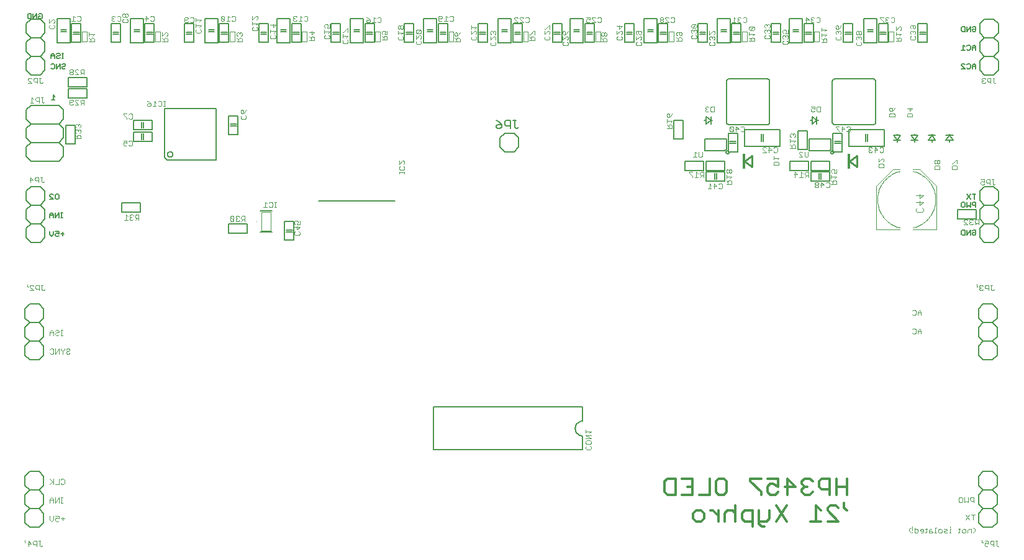
<source format=gbo>
G75*
%MOIN*%
%OFA0B0*%
%FSLAX24Y24*%
%IPPOS*%
%LPD*%
%AMOC8*
5,1,8,0,0,1.08239X$1,22.5*
%
%ADD10C,0.0050*%
%ADD11C,0.0040*%
%ADD12C,0.0140*%
%ADD13C,0.0060*%
%ADD14C,0.0020*%
%ADD15C,0.0100*%
%ADD16R,0.0118X0.0827*%
%ADD17C,0.0030*%
%ADD18C,0.0004*%
%ADD19C,0.0030*%
%ADD20C,0.0080*%
D10*
X018610Y017305D02*
X019110Y017305D01*
X019110Y018305D01*
X018610Y018305D01*
X018610Y017305D01*
X018700Y017755D02*
X019020Y017755D01*
X019020Y017855D02*
X018700Y017855D01*
X017925Y017746D02*
X017295Y017746D01*
X016610Y017680D02*
X016610Y018180D01*
X015610Y018180D01*
X015610Y017680D01*
X016610Y017680D01*
X017295Y018864D02*
X017925Y018864D01*
X010860Y018805D02*
X010860Y019305D01*
X009860Y019305D01*
X009860Y018805D01*
X010860Y018805D01*
X006683Y018780D02*
X006593Y018780D01*
X006638Y018780D02*
X006638Y018510D01*
X006683Y018510D02*
X006593Y018510D01*
X006487Y018510D02*
X006487Y018780D01*
X006306Y018510D01*
X006306Y018780D01*
X006192Y018690D02*
X006102Y018780D01*
X006012Y018690D01*
X006012Y018510D01*
X006012Y018645D02*
X006192Y018645D01*
X006192Y018690D02*
X006192Y018510D01*
X006192Y017780D02*
X006192Y017600D01*
X006102Y017510D01*
X006012Y017600D01*
X006012Y017780D01*
X006306Y017780D02*
X006487Y017780D01*
X006487Y017645D01*
X006397Y017690D01*
X006352Y017690D01*
X006306Y017645D01*
X006306Y017555D01*
X006352Y017510D01*
X006442Y017510D01*
X006487Y017555D01*
X006601Y017645D02*
X006781Y017645D01*
X006691Y017735D02*
X006691Y017555D01*
X006442Y019510D02*
X006352Y019510D01*
X006306Y019555D01*
X006306Y019735D01*
X006352Y019780D01*
X006442Y019780D01*
X006487Y019735D01*
X006487Y019555D01*
X006442Y019510D01*
X006192Y019510D02*
X006012Y019690D01*
X006012Y019735D01*
X006057Y019780D01*
X006147Y019780D01*
X006192Y019735D01*
X006192Y019510D02*
X006012Y019510D01*
X006860Y022493D02*
X007360Y022493D01*
X007360Y023493D01*
X006860Y023493D01*
X006860Y022493D01*
X010485Y022618D02*
X010485Y023118D01*
X011485Y023118D01*
X011485Y022618D01*
X010485Y022618D01*
X010935Y022708D02*
X010935Y023028D01*
X011035Y023028D02*
X011035Y022708D01*
X011485Y023243D02*
X010485Y023243D01*
X010485Y023743D01*
X011485Y023743D01*
X011485Y023243D01*
X011035Y023333D02*
X011035Y023653D01*
X010935Y023653D02*
X010935Y023333D01*
X007985Y024930D02*
X007985Y025430D01*
X006985Y025430D01*
X006985Y024930D01*
X007985Y024930D01*
X007985Y025555D02*
X006985Y025555D01*
X006985Y026055D01*
X007985Y026055D01*
X007985Y025555D01*
X006272Y025010D02*
X006182Y025100D01*
X006182Y024830D01*
X006272Y024830D02*
X006092Y024830D01*
X006119Y026510D02*
X006074Y026555D01*
X006119Y026510D02*
X006209Y026510D01*
X006254Y026555D01*
X006254Y026735D01*
X006209Y026780D01*
X006119Y026780D01*
X006074Y026735D01*
X006369Y026780D02*
X006369Y026510D01*
X006549Y026780D01*
X006549Y026510D01*
X006664Y026555D02*
X006709Y026510D01*
X006799Y026510D01*
X006844Y026555D01*
X006799Y026645D02*
X006709Y026645D01*
X006664Y026600D01*
X006664Y026555D01*
X006799Y026645D02*
X006844Y026690D01*
X006844Y026735D01*
X006799Y026780D01*
X006709Y026780D01*
X006664Y026735D01*
X006656Y027073D02*
X006746Y027073D01*
X006701Y027073D02*
X006701Y027343D01*
X006746Y027343D02*
X006656Y027343D01*
X006549Y027298D02*
X006549Y027253D01*
X006504Y027208D01*
X006414Y027208D01*
X006369Y027163D01*
X006369Y027118D01*
X006414Y027073D01*
X006504Y027073D01*
X006549Y027118D01*
X006549Y027298D02*
X006504Y027343D01*
X006414Y027343D01*
X006369Y027298D01*
X006254Y027253D02*
X006164Y027343D01*
X006074Y027253D01*
X006074Y027073D01*
X006074Y027208D02*
X006254Y027208D01*
X006254Y027253D02*
X006254Y027073D01*
X006385Y027905D02*
X007085Y027905D01*
X007085Y029205D01*
X006385Y029205D01*
X006385Y027905D01*
X007172Y027930D02*
X007672Y027930D01*
X007672Y028930D01*
X007172Y028930D01*
X007172Y027930D01*
X007262Y028380D02*
X007582Y028380D01*
X007582Y028480D02*
X007262Y028480D01*
X006885Y028505D02*
X006585Y028505D01*
X006585Y028605D02*
X006885Y028605D01*
X005585Y029250D02*
X005540Y029205D01*
X005450Y029205D01*
X005405Y029250D01*
X005405Y029340D01*
X005495Y029340D01*
X005585Y029430D02*
X005585Y029250D01*
X005585Y029430D02*
X005540Y029475D01*
X005450Y029475D01*
X005405Y029430D01*
X005290Y029475D02*
X005110Y029205D01*
X005110Y029475D01*
X004996Y029475D02*
X004860Y029475D01*
X004815Y029430D01*
X004815Y029250D01*
X004860Y029205D01*
X004996Y029205D01*
X004996Y029475D01*
X005290Y029475D02*
X005290Y029205D01*
X009297Y028930D02*
X009297Y027930D01*
X009797Y027930D01*
X009797Y028930D01*
X009297Y028930D01*
X009387Y028480D02*
X009707Y028480D01*
X009707Y028380D02*
X009387Y028380D01*
X010322Y027905D02*
X011022Y027905D01*
X011022Y029205D01*
X010322Y029205D01*
X010322Y027905D01*
X011110Y027930D02*
X011610Y027930D01*
X011610Y028930D01*
X011110Y028930D01*
X011110Y027930D01*
X011200Y028380D02*
X011520Y028380D01*
X011520Y028480D02*
X011200Y028480D01*
X010822Y028505D02*
X010522Y028505D01*
X010522Y028605D02*
X010822Y028605D01*
X013235Y028930D02*
X013235Y027930D01*
X013735Y027930D01*
X013735Y028930D01*
X013235Y028930D01*
X013325Y028480D02*
X013645Y028480D01*
X013645Y028380D02*
X013325Y028380D01*
X014322Y027905D02*
X015022Y027905D01*
X015022Y029205D01*
X014322Y029205D01*
X014322Y027905D01*
X015110Y027930D02*
X015610Y027930D01*
X015610Y028930D01*
X015110Y028930D01*
X015110Y027930D01*
X015200Y028380D02*
X015520Y028380D01*
X015520Y028480D02*
X015200Y028480D01*
X014822Y028505D02*
X014522Y028505D01*
X014522Y028605D02*
X014822Y028605D01*
X017235Y028930D02*
X017235Y027930D01*
X017735Y027930D01*
X017735Y028930D01*
X017235Y028930D01*
X017325Y028480D02*
X017645Y028480D01*
X017645Y028380D02*
X017325Y028380D01*
X018397Y028505D02*
X018697Y028505D01*
X018697Y028605D02*
X018397Y028605D01*
X018985Y028930D02*
X018985Y027930D01*
X019485Y027930D01*
X019485Y028930D01*
X018985Y028930D01*
X018897Y029205D02*
X018197Y029205D01*
X018197Y027905D01*
X018897Y027905D01*
X018897Y029205D01*
X019075Y028480D02*
X019395Y028480D01*
X019395Y028380D02*
X019075Y028380D01*
X021110Y027930D02*
X021610Y027930D01*
X021610Y028930D01*
X021110Y028930D01*
X021110Y027930D01*
X022135Y027905D02*
X022835Y027905D01*
X022835Y029205D01*
X022135Y029205D01*
X022135Y027905D01*
X022335Y028505D02*
X022635Y028505D01*
X022635Y028605D02*
X022335Y028605D01*
X022922Y028930D02*
X022922Y027930D01*
X023422Y027930D01*
X023422Y028930D01*
X022922Y028930D01*
X023012Y028480D02*
X023332Y028480D01*
X023332Y028380D02*
X023012Y028380D01*
X021520Y028380D02*
X021200Y028380D01*
X021200Y028480D02*
X021520Y028480D01*
X025047Y028930D02*
X025047Y027930D01*
X025547Y027930D01*
X025547Y028930D01*
X025047Y028930D01*
X025137Y028480D02*
X025457Y028480D01*
X025457Y028380D02*
X025137Y028380D01*
X026072Y027905D02*
X026772Y027905D01*
X026772Y029205D01*
X026072Y029205D01*
X026072Y027905D01*
X026860Y027930D02*
X027360Y027930D01*
X027360Y028930D01*
X026860Y028930D01*
X026860Y027930D01*
X026950Y028380D02*
X027270Y028380D01*
X027270Y028480D02*
X026950Y028480D01*
X026572Y028505D02*
X026272Y028505D01*
X026272Y028605D02*
X026572Y028605D01*
X028985Y028930D02*
X028985Y027930D01*
X029485Y027930D01*
X029485Y028930D01*
X028985Y028930D01*
X029075Y028480D02*
X029395Y028480D01*
X029395Y028380D02*
X029075Y028380D01*
X030272Y028505D02*
X030572Y028505D01*
X030572Y028605D02*
X030272Y028605D01*
X030860Y028930D02*
X030860Y027930D01*
X031360Y027930D01*
X031360Y028930D01*
X030860Y028930D01*
X030772Y029205D02*
X030072Y029205D01*
X030072Y027905D01*
X030772Y027905D01*
X030772Y029205D01*
X030950Y028480D02*
X031270Y028480D01*
X031270Y028380D02*
X030950Y028380D01*
X032985Y027930D02*
X033485Y027930D01*
X033485Y028930D01*
X032985Y028930D01*
X032985Y027930D01*
X033947Y027905D02*
X034647Y027905D01*
X034647Y029205D01*
X033947Y029205D01*
X033947Y027905D01*
X034147Y028505D02*
X034447Y028505D01*
X034447Y028605D02*
X034147Y028605D01*
X034735Y028930D02*
X034735Y027930D01*
X035235Y027930D01*
X035235Y028930D01*
X034735Y028930D01*
X034825Y028480D02*
X035145Y028480D01*
X035145Y028380D02*
X034825Y028380D01*
X033395Y028380D02*
X033075Y028380D01*
X033075Y028480D02*
X033395Y028480D01*
X036860Y028930D02*
X036860Y027930D01*
X037360Y027930D01*
X037360Y028930D01*
X036860Y028930D01*
X036950Y028480D02*
X037270Y028480D01*
X037270Y028380D02*
X036950Y028380D01*
X037885Y027905D02*
X038585Y027905D01*
X038585Y029205D01*
X037885Y029205D01*
X037885Y027905D01*
X038672Y027930D02*
X039172Y027930D01*
X039172Y028930D01*
X038672Y028930D01*
X038672Y027930D01*
X038762Y028380D02*
X039082Y028380D01*
X039082Y028480D02*
X038762Y028480D01*
X038385Y028505D02*
X038085Y028505D01*
X038085Y028605D02*
X038385Y028605D01*
X040797Y028930D02*
X040797Y027930D01*
X041297Y027930D01*
X041297Y028930D01*
X040797Y028930D01*
X040887Y028480D02*
X041207Y028480D01*
X041207Y028380D02*
X040887Y028380D01*
X042022Y028505D02*
X042322Y028505D01*
X042322Y028605D02*
X042022Y028605D01*
X042610Y028930D02*
X042610Y027930D01*
X043110Y027930D01*
X043110Y028930D01*
X042610Y028930D01*
X042522Y029205D02*
X041822Y029205D01*
X041822Y027905D01*
X042522Y027905D01*
X042522Y029205D01*
X042700Y028480D02*
X043020Y028480D01*
X043020Y028380D02*
X042700Y028380D01*
X044735Y027930D02*
X045235Y027930D01*
X045235Y028930D01*
X044735Y028930D01*
X044735Y027930D01*
X045697Y027905D02*
X046397Y027905D01*
X046397Y029205D01*
X045697Y029205D01*
X045697Y027905D01*
X045897Y028505D02*
X046197Y028505D01*
X046197Y028605D02*
X045897Y028605D01*
X046485Y028930D02*
X046485Y027930D01*
X046985Y027930D01*
X046985Y028930D01*
X046485Y028930D01*
X046575Y028480D02*
X046895Y028480D01*
X046895Y028380D02*
X046575Y028380D01*
X045145Y028380D02*
X044825Y028380D01*
X044825Y028480D02*
X045145Y028480D01*
X048610Y028930D02*
X048610Y027930D01*
X049110Y027930D01*
X049110Y028930D01*
X048610Y028930D01*
X048700Y028480D02*
X049020Y028480D01*
X049020Y028380D02*
X048700Y028380D01*
X049697Y027905D02*
X050397Y027905D01*
X050397Y029205D01*
X049697Y029205D01*
X049697Y027905D01*
X050485Y027930D02*
X050985Y027930D01*
X050985Y028930D01*
X050485Y028930D01*
X050485Y027930D01*
X050575Y028380D02*
X050895Y028380D01*
X050895Y028480D02*
X050575Y028480D01*
X050197Y028505D02*
X049897Y028505D01*
X049897Y028605D02*
X050197Y028605D01*
X052610Y028930D02*
X052610Y027930D01*
X053110Y027930D01*
X053110Y028930D01*
X052610Y028930D01*
X052700Y028480D02*
X053020Y028480D01*
X053020Y028380D02*
X052700Y028380D01*
X054940Y028563D02*
X054940Y028743D01*
X054985Y028788D01*
X055121Y028788D01*
X055121Y028518D01*
X054985Y028518D01*
X054940Y028563D01*
X055235Y028518D02*
X055235Y028788D01*
X055415Y028788D02*
X055235Y028518D01*
X055415Y028518D02*
X055415Y028788D01*
X055530Y028743D02*
X055575Y028788D01*
X055665Y028788D01*
X055710Y028743D01*
X055710Y028563D01*
X055665Y028518D01*
X055575Y028518D01*
X055530Y028563D01*
X055530Y028653D01*
X055620Y028653D01*
X055620Y027788D02*
X055530Y027698D01*
X055530Y027518D01*
X055415Y027563D02*
X055370Y027518D01*
X055280Y027518D01*
X055235Y027563D01*
X055121Y027518D02*
X054940Y027518D01*
X055030Y027518D02*
X055030Y027788D01*
X055121Y027698D01*
X055235Y027743D02*
X055280Y027788D01*
X055370Y027788D01*
X055415Y027743D01*
X055415Y027563D01*
X055530Y027653D02*
X055710Y027653D01*
X055710Y027698D02*
X055620Y027788D01*
X055710Y027698D02*
X055710Y027518D01*
X055620Y026788D02*
X055530Y026698D01*
X055530Y026518D01*
X055415Y026563D02*
X055370Y026518D01*
X055280Y026518D01*
X055235Y026563D01*
X055121Y026518D02*
X054940Y026698D01*
X054940Y026743D01*
X054985Y026788D01*
X055076Y026788D01*
X055121Y026743D01*
X055235Y026743D02*
X055280Y026788D01*
X055370Y026788D01*
X055415Y026743D01*
X055415Y026563D01*
X055530Y026653D02*
X055710Y026653D01*
X055710Y026698D02*
X055620Y026788D01*
X055710Y026698D02*
X055710Y026518D01*
X055121Y026518D02*
X054940Y026518D01*
X050334Y025845D02*
X050334Y023640D01*
X050332Y023620D01*
X050327Y023600D01*
X050318Y023581D01*
X050306Y023564D01*
X050292Y023550D01*
X050275Y023538D01*
X050256Y023529D01*
X050236Y023524D01*
X050216Y023522D01*
X048129Y023522D01*
X048109Y023524D01*
X048089Y023529D01*
X048070Y023538D01*
X048053Y023550D01*
X048039Y023564D01*
X048027Y023581D01*
X048018Y023600D01*
X048013Y023620D01*
X048011Y023640D01*
X048011Y025845D01*
X048013Y025866D01*
X048018Y025885D01*
X048027Y025904D01*
X048039Y025921D01*
X048053Y025935D01*
X048070Y025947D01*
X048089Y025956D01*
X048108Y025961D01*
X048129Y025963D01*
X050216Y025963D01*
X050236Y025961D01*
X050256Y025956D01*
X050275Y025947D01*
X050292Y025935D01*
X050306Y025921D01*
X050318Y025904D01*
X050327Y025885D01*
X050332Y025865D01*
X050334Y025845D01*
X047172Y023930D02*
X047172Y023743D01*
X047268Y023743D01*
X047172Y023743D02*
X047172Y023555D01*
X047172Y023743D02*
X046922Y023930D01*
X046922Y023743D01*
X046826Y023743D01*
X046922Y023743D02*
X046922Y023555D01*
X047172Y023743D01*
X046672Y023180D02*
X046172Y023180D01*
X046172Y022180D01*
X046672Y022180D01*
X046672Y023180D01*
X046773Y022757D02*
X046773Y022103D01*
X047856Y022103D01*
X047946Y022194D01*
X047946Y022757D01*
X046773Y022757D01*
X048047Y023055D02*
X048547Y023055D01*
X048547Y022055D01*
X048047Y022055D01*
X048047Y023055D01*
X048137Y022605D02*
X048457Y022605D01*
X048457Y022505D02*
X048137Y022505D01*
X047930Y022030D02*
X047932Y022047D01*
X047937Y022064D01*
X047946Y022078D01*
X047958Y022091D01*
X047973Y022101D01*
X047989Y022107D01*
X048006Y022110D01*
X048023Y022109D01*
X048040Y022104D01*
X048055Y022096D01*
X048068Y022085D01*
X048079Y022071D01*
X048086Y022056D01*
X048090Y022039D01*
X048090Y022021D01*
X048086Y022004D01*
X048079Y021989D01*
X048068Y021975D01*
X048055Y021964D01*
X048040Y021956D01*
X048023Y021951D01*
X048006Y021950D01*
X047989Y021953D01*
X047973Y021959D01*
X047958Y021969D01*
X047946Y021982D01*
X047937Y021996D01*
X047932Y022013D01*
X047930Y022030D01*
X047860Y021555D02*
X047860Y021055D01*
X046860Y021055D01*
X046860Y021555D01*
X047860Y021555D01*
X047860Y020993D02*
X046860Y020993D01*
X046860Y020493D01*
X047860Y020493D01*
X047860Y020993D01*
X047410Y020903D02*
X047410Y020583D01*
X047310Y020583D02*
X047310Y020903D01*
X046735Y021055D02*
X046735Y021555D01*
X045735Y021555D01*
X045735Y021055D01*
X046735Y021055D01*
X045185Y022355D02*
X045185Y023255D01*
X043285Y023255D01*
X043285Y022355D01*
X045185Y022355D01*
X044285Y022605D02*
X044285Y023005D01*
X044185Y023005D02*
X044185Y022605D01*
X042922Y023055D02*
X042922Y022055D01*
X042422Y022055D01*
X042422Y023055D01*
X042922Y023055D01*
X042442Y023522D02*
X044528Y023522D01*
X044548Y023524D01*
X044568Y023529D01*
X044587Y023538D01*
X044604Y023550D01*
X044618Y023564D01*
X044630Y023581D01*
X044639Y023600D01*
X044644Y023620D01*
X044646Y023640D01*
X044646Y025845D01*
X044644Y025865D01*
X044639Y025885D01*
X044630Y025904D01*
X044618Y025921D01*
X044604Y025935D01*
X044587Y025947D01*
X044568Y025956D01*
X044548Y025961D01*
X044528Y025963D01*
X042442Y025963D01*
X042421Y025961D01*
X042402Y025956D01*
X042383Y025947D01*
X042366Y025935D01*
X042352Y025921D01*
X042340Y025904D01*
X042331Y025885D01*
X042326Y025866D01*
X042324Y025845D01*
X042323Y025845D02*
X042323Y023640D01*
X042324Y023640D02*
X042326Y023620D01*
X042331Y023600D01*
X042340Y023581D01*
X042352Y023564D01*
X042366Y023550D01*
X042383Y023538D01*
X042402Y023529D01*
X042422Y023524D01*
X042442Y023522D01*
X041581Y023743D02*
X041485Y023743D01*
X041485Y023930D01*
X041485Y023743D02*
X041485Y023555D01*
X041485Y023743D02*
X041235Y023930D01*
X041235Y023743D01*
X041139Y023743D01*
X041235Y023743D02*
X041235Y023555D01*
X041485Y023743D01*
X041148Y022757D02*
X041148Y022103D01*
X042231Y022103D01*
X042321Y022194D01*
X042321Y022757D01*
X041148Y022757D01*
X039985Y022743D02*
X039485Y022743D01*
X039485Y023743D01*
X039985Y023743D01*
X039985Y022743D01*
X040110Y021555D02*
X040110Y021055D01*
X041110Y021055D01*
X041110Y021555D01*
X040110Y021555D01*
X041235Y021555D02*
X041235Y021055D01*
X042235Y021055D01*
X042235Y021555D01*
X041235Y021555D01*
X041235Y020993D02*
X041235Y020493D01*
X042235Y020493D01*
X042235Y020993D01*
X041235Y020993D01*
X041685Y020903D02*
X041685Y020583D01*
X041785Y020583D02*
X041785Y020903D01*
X042305Y022030D02*
X042307Y022047D01*
X042312Y022064D01*
X042321Y022078D01*
X042333Y022091D01*
X042348Y022101D01*
X042364Y022107D01*
X042381Y022110D01*
X042398Y022109D01*
X042415Y022104D01*
X042430Y022096D01*
X042443Y022085D01*
X042454Y022071D01*
X042461Y022056D01*
X042465Y022039D01*
X042465Y022021D01*
X042461Y022004D01*
X042454Y021989D01*
X042443Y021975D01*
X042430Y021964D01*
X042415Y021956D01*
X042398Y021951D01*
X042381Y021950D01*
X042364Y021953D01*
X042348Y021959D01*
X042333Y021969D01*
X042321Y021982D01*
X042312Y021996D01*
X042307Y022013D01*
X042305Y022030D01*
X042512Y022505D02*
X042832Y022505D01*
X042832Y022605D02*
X042512Y022605D01*
X048910Y022355D02*
X050810Y022355D01*
X050810Y023255D01*
X048910Y023255D01*
X048910Y022355D01*
X049810Y022605D02*
X049810Y023005D01*
X049910Y023005D02*
X049910Y022605D01*
X051297Y022680D02*
X051485Y022680D01*
X051485Y022584D01*
X051485Y022680D02*
X051672Y022680D01*
X051485Y022680D02*
X051672Y022930D01*
X051485Y022930D01*
X051485Y023026D01*
X051485Y022930D02*
X051297Y022930D01*
X051485Y022680D01*
X052235Y022680D02*
X052422Y022680D01*
X052422Y022584D01*
X052422Y022680D02*
X052610Y022680D01*
X052422Y022680D02*
X052235Y022930D01*
X052422Y022930D01*
X052422Y023026D01*
X052422Y022930D02*
X052610Y022930D01*
X052422Y022680D01*
X053172Y022680D02*
X053360Y022930D01*
X053360Y023026D01*
X053360Y022930D02*
X053172Y022930D01*
X053360Y022930D02*
X053547Y022680D01*
X053360Y022680D01*
X053360Y022584D01*
X053360Y022680D02*
X053172Y022680D01*
X053360Y022930D02*
X053547Y022930D01*
X054110Y022930D02*
X054297Y022930D01*
X054297Y023026D01*
X054297Y022930D02*
X054485Y022930D01*
X054297Y022930D02*
X054110Y022680D01*
X054297Y022680D01*
X054297Y022584D01*
X054297Y022680D02*
X054485Y022680D01*
X054297Y022930D01*
X055235Y019788D02*
X055415Y019518D01*
X055415Y019350D02*
X055415Y019080D01*
X055325Y019170D01*
X055235Y019080D01*
X055235Y019350D01*
X055121Y019305D02*
X055121Y019125D01*
X055076Y019080D01*
X054985Y019080D01*
X054940Y019125D01*
X054940Y019305D01*
X054985Y019350D01*
X055076Y019350D01*
X055121Y019305D01*
X055235Y019518D02*
X055415Y019788D01*
X055530Y019788D02*
X055710Y019788D01*
X055620Y019788D02*
X055620Y019518D01*
X055575Y019350D02*
X055530Y019305D01*
X055530Y019215D01*
X055575Y019170D01*
X055710Y019170D01*
X055710Y019080D02*
X055710Y019350D01*
X055575Y019350D01*
X055735Y018930D02*
X054735Y018930D01*
X054735Y018430D01*
X055735Y018430D01*
X055735Y018930D01*
X055665Y017850D02*
X055710Y017805D01*
X055710Y017625D01*
X055665Y017580D01*
X055575Y017580D01*
X055530Y017625D01*
X055530Y017715D01*
X055620Y017715D01*
X055530Y017805D02*
X055575Y017850D01*
X055665Y017850D01*
X055415Y017850D02*
X055235Y017580D01*
X055235Y017850D01*
X055121Y017850D02*
X054985Y017850D01*
X054940Y017805D01*
X054940Y017625D01*
X054985Y017580D01*
X055121Y017580D01*
X055121Y017850D01*
X055415Y017850D02*
X055415Y017580D01*
X031177Y023375D02*
X031102Y023300D01*
X031027Y023300D01*
X030952Y023375D01*
X030952Y023750D01*
X031027Y023750D02*
X030877Y023750D01*
X030717Y023750D02*
X030492Y023750D01*
X030417Y023675D01*
X030417Y023525D01*
X030492Y023450D01*
X030717Y023450D01*
X030717Y023300D02*
X030717Y023750D01*
X030257Y023525D02*
X030031Y023525D01*
X029956Y023450D01*
X029956Y023375D01*
X030031Y023300D01*
X030181Y023300D01*
X030257Y023375D01*
X030257Y023525D01*
X030106Y023675D01*
X029956Y023750D01*
X016110Y023993D02*
X016110Y022993D01*
X015610Y022993D01*
X015610Y023993D01*
X016110Y023993D01*
X016020Y023543D02*
X015700Y023543D01*
X015700Y023443D02*
X016020Y023443D01*
D11*
X004660Y001081D02*
X004707Y001034D01*
X004660Y001081D02*
X004660Y001174D01*
X004862Y001128D02*
X005002Y000988D01*
X004815Y000988D01*
X004862Y000848D02*
X004862Y001128D01*
X005110Y001081D02*
X005110Y000988D01*
X005156Y000941D01*
X005296Y000941D01*
X005296Y000848D02*
X005296Y001128D01*
X005156Y001128D01*
X005110Y001081D01*
X005404Y001128D02*
X005498Y001128D01*
X005451Y001128D02*
X005451Y000894D01*
X005498Y000848D01*
X005544Y000848D01*
X005591Y000894D01*
X006104Y002193D02*
X006010Y002286D01*
X006010Y002473D01*
X006197Y002473D02*
X006197Y002286D01*
X006104Y002193D01*
X006305Y002239D02*
X006352Y002193D01*
X006445Y002193D01*
X006492Y002239D01*
X006492Y002333D02*
X006398Y002379D01*
X006352Y002379D01*
X006305Y002333D01*
X006305Y002239D01*
X006492Y002333D02*
X006492Y002473D01*
X006305Y002473D01*
X006599Y002333D02*
X006786Y002333D01*
X006693Y002426D02*
X006693Y002239D01*
X006688Y003193D02*
X006595Y003193D01*
X006641Y003193D02*
X006641Y003473D01*
X006595Y003473D02*
X006688Y003473D01*
X006492Y003473D02*
X006305Y003193D01*
X006305Y003473D01*
X006197Y003379D02*
X006104Y003473D01*
X006010Y003379D01*
X006010Y003193D01*
X006010Y003333D02*
X006197Y003333D01*
X006197Y003379D02*
X006197Y003193D01*
X006492Y003193D02*
X006492Y003473D01*
X006492Y004193D02*
X006305Y004193D01*
X006197Y004193D02*
X006197Y004473D01*
X006150Y004333D02*
X006010Y004193D01*
X006197Y004286D02*
X006010Y004473D01*
X006492Y004473D02*
X006492Y004193D01*
X006599Y004239D02*
X006646Y004193D01*
X006740Y004193D01*
X006786Y004239D01*
X006786Y004426D01*
X006740Y004473D01*
X006646Y004473D01*
X006599Y004426D01*
X006693Y011193D02*
X006693Y011333D01*
X006599Y011426D01*
X006599Y011473D01*
X006492Y011473D02*
X006305Y011193D01*
X006305Y011473D01*
X006197Y011426D02*
X006197Y011239D01*
X006150Y011193D01*
X006057Y011193D01*
X006010Y011239D01*
X006010Y011426D02*
X006057Y011473D01*
X006150Y011473D01*
X006197Y011426D01*
X006492Y011473D02*
X006492Y011193D01*
X006693Y011333D02*
X006786Y011426D01*
X006786Y011473D01*
X006894Y011426D02*
X006941Y011473D01*
X007034Y011473D01*
X007081Y011426D01*
X007081Y011379D01*
X007034Y011333D01*
X006941Y011333D01*
X006894Y011286D01*
X006894Y011239D01*
X006941Y011193D01*
X007034Y011193D01*
X007081Y011239D01*
X006688Y012193D02*
X006595Y012193D01*
X006641Y012193D02*
X006641Y012473D01*
X006595Y012473D02*
X006688Y012473D01*
X006492Y012426D02*
X006492Y012379D01*
X006445Y012333D01*
X006352Y012333D01*
X006305Y012286D01*
X006305Y012239D01*
X006352Y012193D01*
X006445Y012193D01*
X006492Y012239D01*
X006492Y012426D02*
X006445Y012473D01*
X006352Y012473D01*
X006305Y012426D01*
X006197Y012379D02*
X006104Y012473D01*
X006010Y012379D01*
X006010Y012193D01*
X006010Y012333D02*
X006197Y012333D01*
X006197Y012379D02*
X006197Y012193D01*
X005669Y014598D02*
X005623Y014598D01*
X005576Y014644D01*
X005576Y014878D01*
X005623Y014878D02*
X005529Y014878D01*
X005421Y014878D02*
X005281Y014878D01*
X005235Y014831D01*
X005235Y014738D01*
X005281Y014691D01*
X005421Y014691D01*
X005421Y014598D02*
X005421Y014878D01*
X005127Y014831D02*
X005080Y014878D01*
X004987Y014878D01*
X004940Y014831D01*
X004940Y014784D01*
X005127Y014598D01*
X004940Y014598D01*
X004832Y014784D02*
X004785Y014831D01*
X004785Y014924D01*
X005669Y014598D02*
X005716Y014644D01*
X010001Y018388D02*
X010188Y018388D01*
X010095Y018388D02*
X010095Y018668D01*
X010188Y018574D01*
X010296Y018574D02*
X010343Y018528D01*
X010296Y018481D01*
X010296Y018434D01*
X010343Y018388D01*
X010436Y018388D01*
X010483Y018434D01*
X010591Y018388D02*
X010684Y018481D01*
X010637Y018481D02*
X010777Y018481D01*
X010777Y018388D02*
X010777Y018668D01*
X010637Y018668D01*
X010591Y018621D01*
X010591Y018528D01*
X010637Y018481D01*
X010483Y018621D02*
X010436Y018668D01*
X010343Y018668D01*
X010296Y018621D01*
X010296Y018574D01*
X010343Y018528D02*
X010389Y018528D01*
X005694Y020457D02*
X005647Y020410D01*
X005600Y020410D01*
X005554Y020457D01*
X005554Y020690D01*
X005600Y020690D02*
X005507Y020690D01*
X005399Y020690D02*
X005259Y020690D01*
X005212Y020644D01*
X005212Y020550D01*
X005259Y020503D01*
X005399Y020503D01*
X005399Y020410D02*
X005399Y020690D01*
X005104Y020550D02*
X004964Y020690D01*
X004964Y020410D01*
X004918Y020550D02*
X005104Y020550D01*
X007380Y022763D02*
X007660Y022763D01*
X007660Y022903D01*
X007613Y022949D01*
X007520Y022949D01*
X007473Y022903D01*
X007473Y022763D01*
X007473Y022856D02*
X007380Y022949D01*
X007427Y023057D02*
X007380Y023104D01*
X007380Y023197D01*
X007427Y023244D01*
X007473Y023244D01*
X007520Y023197D01*
X007520Y023151D01*
X007520Y023197D02*
X007567Y023244D01*
X007613Y023244D01*
X007660Y023197D01*
X007660Y023104D01*
X007613Y023057D01*
X007613Y023352D02*
X007660Y023399D01*
X007660Y023492D01*
X007613Y023539D01*
X007567Y023539D01*
X007520Y023492D01*
X007473Y023539D01*
X007427Y023539D01*
X007380Y023492D01*
X007380Y023399D01*
X007427Y023352D01*
X007520Y023445D02*
X007520Y023492D01*
X007545Y024575D02*
X007358Y024762D01*
X007358Y024809D01*
X007405Y024855D01*
X007498Y024855D01*
X007545Y024809D01*
X007653Y024809D02*
X007653Y024715D01*
X007700Y024668D01*
X007840Y024668D01*
X007840Y024575D02*
X007840Y024855D01*
X007700Y024855D01*
X007653Y024809D01*
X007746Y024668D02*
X007653Y024575D01*
X007545Y024575D02*
X007358Y024575D01*
X007251Y024622D02*
X007204Y024575D01*
X007110Y024575D01*
X007064Y024622D01*
X007064Y024809D01*
X007110Y024855D01*
X007204Y024855D01*
X007251Y024809D01*
X007251Y024762D01*
X007204Y024715D01*
X007064Y024715D01*
X005724Y024739D02*
X005677Y024693D01*
X005630Y024693D01*
X005584Y024739D01*
X005584Y024973D01*
X005630Y024973D02*
X005537Y024973D01*
X005429Y024973D02*
X005289Y024973D01*
X005242Y024926D01*
X005242Y024833D01*
X005289Y024786D01*
X005429Y024786D01*
X005429Y024693D02*
X005429Y024973D01*
X005134Y024879D02*
X005041Y024973D01*
X005041Y024693D01*
X005134Y024693D02*
X004948Y024693D01*
X005031Y025733D02*
X004844Y025919D01*
X004844Y025966D01*
X004890Y026013D01*
X004984Y026013D01*
X005031Y025966D01*
X005138Y025966D02*
X005138Y025873D01*
X005185Y025826D01*
X005325Y025826D01*
X005325Y025733D02*
X005325Y026013D01*
X005185Y026013D01*
X005138Y025966D01*
X005031Y025733D02*
X004844Y025733D01*
X005480Y025779D02*
X005480Y026013D01*
X005526Y026013D02*
X005433Y026013D01*
X005480Y025779D02*
X005526Y025733D01*
X005573Y025733D01*
X005620Y025779D01*
X007064Y026247D02*
X007064Y026293D01*
X007110Y026340D01*
X007204Y026340D01*
X007251Y026387D01*
X007251Y026434D01*
X007204Y026480D01*
X007110Y026480D01*
X007064Y026434D01*
X007064Y026387D01*
X007110Y026340D01*
X007204Y026340D02*
X007251Y026293D01*
X007251Y026247D01*
X007204Y026200D01*
X007110Y026200D01*
X007064Y026247D01*
X007358Y026200D02*
X007545Y026200D01*
X007358Y026387D01*
X007358Y026434D01*
X007405Y026480D01*
X007498Y026480D01*
X007545Y026434D01*
X007653Y026434D02*
X007653Y026340D01*
X007700Y026293D01*
X007840Y026293D01*
X007840Y026200D02*
X007840Y026480D01*
X007700Y026480D01*
X007653Y026434D01*
X007746Y026293D02*
X007653Y026200D01*
X008110Y027986D02*
X008390Y027986D01*
X008390Y028126D01*
X008343Y028173D01*
X008250Y028173D01*
X008203Y028126D01*
X008203Y027986D01*
X008203Y028079D02*
X008110Y028173D01*
X008110Y028280D02*
X008110Y028467D01*
X008110Y028374D02*
X008390Y028374D01*
X008297Y028280D01*
X007606Y029075D02*
X007512Y029075D01*
X007466Y029122D01*
X007358Y029075D02*
X007171Y029075D01*
X007264Y029075D02*
X007264Y029355D01*
X007358Y029262D01*
X007466Y029309D02*
X007512Y029355D01*
X007606Y029355D01*
X007652Y029309D01*
X007652Y029122D01*
X007606Y029075D01*
X006253Y029120D02*
X006253Y029027D01*
X006206Y028980D01*
X006206Y028873D02*
X006253Y028826D01*
X006253Y028732D01*
X006206Y028686D01*
X006019Y028686D01*
X005972Y028732D01*
X005972Y028826D01*
X006019Y028873D01*
X005972Y028980D02*
X006159Y029167D01*
X006206Y029167D01*
X006253Y029120D01*
X005972Y029167D02*
X005972Y028980D01*
X009323Y029114D02*
X009369Y029068D01*
X009463Y029068D01*
X009509Y029114D01*
X009617Y029114D02*
X009664Y029068D01*
X009757Y029068D01*
X009804Y029114D01*
X009804Y029301D01*
X009757Y029348D01*
X009664Y029348D01*
X009617Y029301D01*
X009509Y029301D02*
X009463Y029348D01*
X009369Y029348D01*
X009323Y029301D01*
X009323Y029254D01*
X009369Y029208D01*
X009323Y029161D01*
X009323Y029114D01*
X009369Y029208D02*
X009416Y029208D01*
X009910Y029138D02*
X009957Y029185D01*
X009910Y029138D02*
X009910Y029045D01*
X009957Y028998D01*
X010143Y028998D01*
X010190Y029045D01*
X010190Y029138D01*
X010143Y029185D01*
X010143Y029293D02*
X010097Y029293D01*
X010050Y029340D01*
X010050Y029433D01*
X010003Y029480D01*
X009957Y029480D01*
X009910Y029433D01*
X009910Y029340D01*
X009957Y029293D01*
X010003Y029293D01*
X010050Y029340D01*
X010050Y029433D02*
X010097Y029480D01*
X010143Y029480D01*
X010190Y029433D01*
X010190Y029340D01*
X010143Y029293D01*
X011108Y029215D02*
X011295Y029215D01*
X011155Y029355D01*
X011155Y029075D01*
X011403Y029122D02*
X011450Y029075D01*
X011543Y029075D01*
X011590Y029122D01*
X011590Y029309D01*
X011543Y029355D01*
X011450Y029355D01*
X011403Y029309D01*
X012047Y028467D02*
X012047Y028280D01*
X012234Y028467D01*
X012281Y028467D01*
X012328Y028420D01*
X012328Y028327D01*
X012281Y028280D01*
X012281Y028173D02*
X012187Y028173D01*
X012141Y028126D01*
X012141Y027986D01*
X012141Y028079D02*
X012047Y028173D01*
X012047Y027986D02*
X012328Y027986D01*
X012328Y028126D01*
X012281Y028173D01*
X013233Y029059D02*
X013233Y029246D01*
X013280Y029293D01*
X013373Y029293D01*
X013420Y029246D01*
X013420Y029199D01*
X013373Y029153D01*
X013233Y029153D01*
X013233Y029059D02*
X013280Y029013D01*
X013373Y029013D01*
X013420Y029059D01*
X013528Y029059D02*
X013575Y029013D01*
X013668Y029013D01*
X013715Y029059D01*
X013715Y029246D01*
X013668Y029293D01*
X013575Y029293D01*
X013528Y029246D01*
X013847Y029230D02*
X013847Y029043D01*
X013847Y029136D02*
X014128Y029136D01*
X014034Y029043D01*
X013847Y028935D02*
X013847Y028748D01*
X013847Y028842D02*
X014128Y028842D01*
X014034Y028748D01*
X014081Y028640D02*
X014128Y028594D01*
X014128Y028500D01*
X014081Y028454D01*
X013894Y028454D01*
X013847Y028500D01*
X013847Y028594D01*
X013894Y028640D01*
X015189Y029122D02*
X015235Y029075D01*
X015329Y029075D01*
X015376Y029122D01*
X015189Y029309D01*
X015189Y029122D01*
X015189Y029309D02*
X015235Y029355D01*
X015329Y029355D01*
X015376Y029309D01*
X015376Y029122D01*
X015483Y029075D02*
X015670Y029075D01*
X015577Y029075D02*
X015577Y029355D01*
X015670Y029262D01*
X015778Y029309D02*
X015825Y029355D01*
X015918Y029355D01*
X015965Y029309D01*
X015965Y029122D01*
X015918Y029075D01*
X015825Y029075D01*
X015778Y029122D01*
X016094Y028467D02*
X016047Y028420D01*
X016047Y028327D01*
X016094Y028280D01*
X016047Y028173D02*
X016141Y028079D01*
X016141Y028126D02*
X016141Y027986D01*
X016047Y027986D02*
X016328Y027986D01*
X016328Y028126D01*
X016281Y028173D01*
X016187Y028173D01*
X016141Y028126D01*
X016281Y028280D02*
X016328Y028327D01*
X016328Y028420D01*
X016281Y028467D01*
X016234Y028467D01*
X016187Y028420D01*
X016141Y028467D01*
X016094Y028467D01*
X016187Y028420D02*
X016187Y028374D01*
X016872Y028613D02*
X016872Y028706D01*
X016919Y028753D01*
X016872Y028861D02*
X016872Y029048D01*
X016872Y028954D02*
X017153Y028954D01*
X017059Y028861D01*
X017106Y028753D02*
X017153Y028706D01*
X017153Y028613D01*
X017106Y028566D01*
X016919Y028566D01*
X016872Y028613D01*
X017847Y028623D02*
X017847Y028436D01*
X017847Y028529D02*
X018128Y028529D01*
X018034Y028436D01*
X018081Y028328D02*
X018128Y028281D01*
X018128Y028188D01*
X018081Y028141D01*
X017894Y028141D01*
X017847Y028188D01*
X017847Y028281D01*
X017894Y028328D01*
X017987Y028730D02*
X017987Y028917D01*
X017847Y028870D02*
X018128Y028870D01*
X017987Y028730D01*
X019064Y029122D02*
X019110Y029075D01*
X019204Y029075D01*
X019251Y029122D01*
X019358Y029075D02*
X019545Y029075D01*
X019452Y029075D02*
X019452Y029355D01*
X019545Y029262D01*
X019653Y029309D02*
X019700Y029355D01*
X019793Y029355D01*
X019840Y029309D01*
X019840Y029122D01*
X019793Y029075D01*
X019700Y029075D01*
X019653Y029122D01*
X019251Y029309D02*
X019204Y029355D01*
X019110Y029355D01*
X019064Y029309D01*
X019064Y029262D01*
X019110Y029215D01*
X019064Y029168D01*
X019064Y029122D01*
X019110Y029215D02*
X019157Y029215D01*
X019922Y028483D02*
X020203Y028483D01*
X020062Y028343D01*
X020062Y028530D01*
X020062Y028235D02*
X020016Y028188D01*
X020016Y028048D01*
X020016Y028142D02*
X019922Y028235D01*
X020062Y028235D02*
X020156Y028235D01*
X020203Y028188D01*
X020203Y028048D01*
X019922Y028048D01*
X020747Y028175D02*
X020747Y028269D01*
X020794Y028315D01*
X020747Y028423D02*
X020747Y028610D01*
X020747Y028517D02*
X021028Y028517D01*
X020934Y028423D01*
X020981Y028315D02*
X021028Y028269D01*
X021028Y028175D01*
X020981Y028129D01*
X020794Y028129D01*
X020747Y028175D01*
X020794Y028718D02*
X020747Y028765D01*
X020747Y028858D01*
X020794Y028905D01*
X020887Y028905D01*
X020934Y028858D01*
X020934Y028811D01*
X020887Y028718D01*
X021028Y028718D01*
X021028Y028905D01*
X021722Y028480D02*
X021769Y028480D01*
X021956Y028667D01*
X022003Y028667D01*
X022003Y028480D01*
X022003Y028279D02*
X021722Y028279D01*
X021722Y028186D02*
X021722Y028373D01*
X021909Y028186D02*
X022003Y028279D01*
X021956Y028078D02*
X022003Y028031D01*
X022003Y027938D01*
X021956Y027891D01*
X021769Y027891D01*
X021722Y027938D01*
X021722Y028031D01*
X021769Y028078D01*
X023830Y028075D02*
X024110Y028075D01*
X024110Y028215D01*
X024063Y028262D01*
X023970Y028262D01*
X023923Y028215D01*
X023923Y028075D01*
X023923Y028168D02*
X023830Y028262D01*
X023877Y028370D02*
X023830Y028416D01*
X023830Y028510D01*
X023877Y028556D01*
X023970Y028556D01*
X024017Y028510D01*
X024017Y028463D01*
X023970Y028370D01*
X024110Y028370D01*
X024110Y028556D01*
X024685Y028548D02*
X024685Y028361D01*
X024685Y028454D02*
X024965Y028454D01*
X024872Y028361D01*
X024918Y028253D02*
X024965Y028206D01*
X024965Y028113D01*
X024918Y028066D01*
X024732Y028066D01*
X024685Y028113D01*
X024685Y028206D01*
X024732Y028253D01*
X024732Y028655D02*
X024778Y028655D01*
X024825Y028702D01*
X024825Y028795D01*
X024778Y028842D01*
X024732Y028842D01*
X024685Y028795D01*
X024685Y028702D01*
X024732Y028655D01*
X024825Y028702D02*
X024872Y028655D01*
X024918Y028655D01*
X024965Y028702D01*
X024965Y028795D01*
X024918Y028842D01*
X024872Y028842D01*
X024825Y028795D01*
X025660Y028558D02*
X025660Y028465D01*
X025707Y028418D01*
X025893Y028605D01*
X025707Y028605D01*
X025660Y028558D01*
X025707Y028418D02*
X025893Y028418D01*
X025940Y028465D01*
X025940Y028558D01*
X025893Y028605D01*
X025893Y028310D02*
X025940Y028263D01*
X025940Y028170D01*
X025893Y028123D01*
X025893Y028015D02*
X025940Y027969D01*
X025940Y027875D01*
X025893Y027829D01*
X025707Y027829D01*
X025660Y027875D01*
X025660Y027969D01*
X025707Y028015D01*
X025660Y028123D02*
X025847Y028310D01*
X025893Y028310D01*
X025660Y028310D02*
X025660Y028123D01*
X026876Y029122D02*
X026876Y029309D01*
X026923Y029355D01*
X027016Y029355D01*
X027063Y029309D01*
X027063Y029262D01*
X027016Y029215D01*
X026876Y029215D01*
X026876Y029122D02*
X026923Y029075D01*
X027016Y029075D01*
X027063Y029122D01*
X027171Y029075D02*
X027358Y029075D01*
X027264Y029075D02*
X027264Y029355D01*
X027358Y029262D01*
X027466Y029309D02*
X027512Y029355D01*
X027606Y029355D01*
X027652Y029309D01*
X027652Y029122D01*
X027606Y029075D01*
X027512Y029075D01*
X027466Y029122D01*
X027782Y028467D02*
X027828Y028467D01*
X027875Y028420D01*
X027875Y028280D01*
X027782Y028280D01*
X027735Y028327D01*
X027735Y028420D01*
X027782Y028467D01*
X027968Y028374D02*
X027875Y028280D01*
X027875Y028173D02*
X027828Y028126D01*
X027828Y027986D01*
X027828Y028079D02*
X027735Y028173D01*
X027875Y028173D02*
X027968Y028173D01*
X028015Y028126D01*
X028015Y027986D01*
X027735Y027986D01*
X027968Y028374D02*
X028015Y028467D01*
X028622Y028548D02*
X028622Y028361D01*
X028809Y028548D01*
X028856Y028548D01*
X028903Y028501D01*
X028903Y028407D01*
X028856Y028361D01*
X028856Y028253D02*
X028903Y028206D01*
X028903Y028113D01*
X028856Y028066D01*
X028669Y028066D01*
X028622Y028113D01*
X028622Y028206D01*
X028669Y028253D01*
X028622Y028655D02*
X028622Y028842D01*
X028622Y028749D02*
X028903Y028749D01*
X028809Y028655D01*
X029660Y028495D02*
X029660Y028402D01*
X029707Y028355D01*
X029660Y028248D02*
X029660Y028061D01*
X029847Y028248D01*
X029893Y028248D01*
X029940Y028201D01*
X029940Y028107D01*
X029893Y028061D01*
X029893Y027953D02*
X029940Y027906D01*
X029940Y027813D01*
X029893Y027766D01*
X029707Y027766D01*
X029660Y027813D01*
X029660Y027906D01*
X029707Y027953D01*
X029893Y028355D02*
X029940Y028402D01*
X029940Y028495D01*
X029893Y028542D01*
X029847Y028542D01*
X029800Y028495D01*
X029753Y028542D01*
X029707Y028542D01*
X029660Y028495D01*
X029800Y028495D02*
X029800Y028449D01*
X030939Y029013D02*
X031126Y029013D01*
X030939Y029199D01*
X030939Y029246D01*
X030985Y029293D01*
X031079Y029293D01*
X031126Y029246D01*
X031233Y029246D02*
X031280Y029293D01*
X031373Y029293D01*
X031420Y029246D01*
X031528Y029246D02*
X031575Y029293D01*
X031668Y029293D01*
X031715Y029246D01*
X031715Y029059D01*
X031668Y029013D01*
X031575Y029013D01*
X031528Y029059D01*
X031420Y029013D02*
X031233Y029199D01*
X031233Y029246D01*
X031233Y029013D02*
X031420Y029013D01*
X031968Y028530D02*
X031782Y028343D01*
X031735Y028343D01*
X031735Y028235D02*
X031828Y028142D01*
X031828Y028188D02*
X031828Y028048D01*
X031735Y028048D02*
X032015Y028048D01*
X032015Y028188D01*
X031968Y028235D01*
X031875Y028235D01*
X031828Y028188D01*
X032015Y028343D02*
X032015Y028530D01*
X031968Y028530D01*
X032560Y028548D02*
X032560Y028361D01*
X032747Y028548D01*
X032793Y028548D01*
X032840Y028501D01*
X032840Y028407D01*
X032793Y028361D01*
X032793Y028253D02*
X032840Y028206D01*
X032840Y028113D01*
X032793Y028066D01*
X032607Y028066D01*
X032560Y028113D01*
X032560Y028206D01*
X032607Y028253D01*
X032607Y028655D02*
X032560Y028655D01*
X032607Y028655D02*
X032793Y028842D01*
X032840Y028842D01*
X032840Y028655D01*
X033535Y028495D02*
X033582Y028542D01*
X033628Y028542D01*
X033675Y028495D01*
X033675Y028355D01*
X033582Y028355D01*
X033535Y028402D01*
X033535Y028495D01*
X033675Y028355D02*
X033768Y028449D01*
X033815Y028542D01*
X033768Y028248D02*
X033815Y028201D01*
X033815Y028107D01*
X033768Y028061D01*
X033768Y027953D02*
X033815Y027906D01*
X033815Y027813D01*
X033768Y027766D01*
X033582Y027766D01*
X033535Y027813D01*
X033535Y027906D01*
X033582Y027953D01*
X033535Y028061D02*
X033722Y028248D01*
X033768Y028248D01*
X033535Y028248D02*
X033535Y028061D01*
X035610Y027986D02*
X035890Y027986D01*
X035890Y028126D01*
X035843Y028173D01*
X035750Y028173D01*
X035703Y028126D01*
X035703Y027986D01*
X035703Y028079D02*
X035610Y028173D01*
X035657Y028280D02*
X035703Y028280D01*
X035750Y028327D01*
X035750Y028420D01*
X035703Y028467D01*
X035657Y028467D01*
X035610Y028420D01*
X035610Y028327D01*
X035657Y028280D01*
X035750Y028327D02*
X035797Y028280D01*
X035843Y028280D01*
X035890Y028327D01*
X035890Y028420D01*
X035843Y028467D01*
X035797Y028467D01*
X035750Y028420D01*
X036435Y028361D02*
X036622Y028548D01*
X036668Y028548D01*
X036715Y028501D01*
X036715Y028407D01*
X036668Y028361D01*
X036668Y028253D02*
X036715Y028206D01*
X036715Y028113D01*
X036668Y028066D01*
X036482Y028066D01*
X036435Y028113D01*
X036435Y028206D01*
X036482Y028253D01*
X036435Y028361D02*
X036435Y028548D01*
X036575Y028655D02*
X036575Y028842D01*
X036715Y028795D02*
X036575Y028655D01*
X036435Y028795D02*
X036715Y028795D01*
X037472Y028495D02*
X037519Y028542D01*
X037706Y028542D01*
X037753Y028495D01*
X037753Y028402D01*
X037706Y028355D01*
X037659Y028355D01*
X037612Y028402D01*
X037612Y028542D01*
X037472Y028495D02*
X037472Y028402D01*
X037519Y028355D01*
X037472Y028248D02*
X037472Y028061D01*
X037659Y028248D01*
X037706Y028248D01*
X037753Y028201D01*
X037753Y028107D01*
X037706Y028061D01*
X037706Y027953D02*
X037753Y027906D01*
X037753Y027813D01*
X037706Y027766D01*
X037519Y027766D01*
X037472Y027813D01*
X037472Y027906D01*
X037519Y027953D01*
X038751Y029059D02*
X038798Y029013D01*
X038891Y029013D01*
X038938Y029059D01*
X038938Y029106D01*
X038891Y029153D01*
X038798Y029153D01*
X038751Y029106D01*
X038751Y029059D01*
X038798Y029153D02*
X038751Y029199D01*
X038751Y029246D01*
X038798Y029293D01*
X038891Y029293D01*
X038938Y029246D01*
X038938Y029199D01*
X038891Y029153D01*
X039046Y029199D02*
X039046Y029246D01*
X039093Y029293D01*
X039186Y029293D01*
X039233Y029246D01*
X039341Y029246D02*
X039387Y029293D01*
X039481Y029293D01*
X039527Y029246D01*
X039527Y029059D01*
X039481Y029013D01*
X039387Y029013D01*
X039341Y029059D01*
X039233Y029013D02*
X039046Y029199D01*
X039046Y029013D02*
X039233Y029013D01*
X039689Y028494D02*
X039876Y028494D01*
X039923Y028447D01*
X039923Y028354D01*
X039876Y028307D01*
X039829Y028307D01*
X039782Y028354D01*
X039782Y028494D01*
X039689Y028494D02*
X039642Y028447D01*
X039642Y028354D01*
X039689Y028307D01*
X039642Y028199D02*
X039736Y028106D01*
X039736Y028153D02*
X039736Y028013D01*
X039642Y028013D02*
X039923Y028013D01*
X039923Y028153D01*
X039876Y028199D01*
X039782Y028199D01*
X039736Y028153D01*
X040435Y028175D02*
X040435Y028269D01*
X040482Y028315D01*
X040482Y028423D02*
X040435Y028470D01*
X040435Y028563D01*
X040482Y028610D01*
X040528Y028610D01*
X040575Y028563D01*
X040575Y028517D01*
X040575Y028563D02*
X040622Y028610D01*
X040668Y028610D01*
X040715Y028563D01*
X040715Y028470D01*
X040668Y028423D01*
X040668Y028315D02*
X040715Y028269D01*
X040715Y028175D01*
X040668Y028129D01*
X040482Y028129D01*
X040435Y028175D01*
X041410Y028201D02*
X041410Y028107D01*
X041457Y028061D01*
X041457Y027953D02*
X041410Y027906D01*
X041410Y027813D01*
X041457Y027766D01*
X041643Y027766D01*
X041690Y027813D01*
X041690Y027906D01*
X041643Y027953D01*
X041643Y028061D02*
X041690Y028107D01*
X041690Y028201D01*
X041643Y028248D01*
X041597Y028248D01*
X041550Y028201D01*
X041503Y028248D01*
X041457Y028248D01*
X041410Y028201D01*
X041550Y028201D02*
X041550Y028154D01*
X041643Y028355D02*
X041690Y028402D01*
X041690Y028495D01*
X041643Y028542D01*
X041597Y028542D01*
X041410Y028355D01*
X041410Y028542D01*
X040715Y028765D02*
X040715Y028858D01*
X040668Y028905D01*
X040482Y028718D01*
X040435Y028765D01*
X040435Y028858D01*
X040482Y028905D01*
X040668Y028905D01*
X040715Y028765D02*
X040668Y028718D01*
X040482Y028718D01*
X042626Y029013D02*
X042813Y029013D01*
X042720Y029013D02*
X042720Y029293D01*
X042813Y029199D01*
X042921Y029199D02*
X042968Y029153D01*
X042921Y029106D01*
X042921Y029059D01*
X042968Y029013D01*
X043061Y029013D01*
X043108Y029059D01*
X043216Y029059D02*
X043262Y029013D01*
X043356Y029013D01*
X043402Y029059D01*
X043402Y029246D01*
X043356Y029293D01*
X043262Y029293D01*
X043216Y029246D01*
X043108Y029246D02*
X043061Y029293D01*
X042968Y029293D01*
X042921Y029246D01*
X042921Y029199D01*
X042968Y029153D02*
X043014Y029153D01*
X043547Y028733D02*
X043547Y028640D01*
X043594Y028593D01*
X043781Y028780D01*
X043594Y028780D01*
X043547Y028733D01*
X043594Y028593D02*
X043781Y028593D01*
X043828Y028640D01*
X043828Y028733D01*
X043781Y028780D01*
X043547Y028485D02*
X043547Y028298D01*
X043547Y028392D02*
X043828Y028392D01*
X043734Y028298D01*
X043687Y028190D02*
X043641Y028144D01*
X043641Y028004D01*
X043641Y028097D02*
X043547Y028190D01*
X043687Y028190D02*
X043781Y028190D01*
X043828Y028144D01*
X043828Y028004D01*
X043547Y028004D01*
X044372Y028175D02*
X044372Y028269D01*
X044419Y028315D01*
X044419Y028423D02*
X044372Y028470D01*
X044372Y028563D01*
X044419Y028610D01*
X044466Y028610D01*
X044512Y028563D01*
X044512Y028517D01*
X044512Y028563D02*
X044559Y028610D01*
X044606Y028610D01*
X044653Y028563D01*
X044653Y028470D01*
X044606Y028423D01*
X044606Y028315D02*
X044653Y028269D01*
X044653Y028175D01*
X044606Y028129D01*
X044419Y028129D01*
X044372Y028175D01*
X044419Y028718D02*
X044372Y028765D01*
X044372Y028858D01*
X044419Y028905D01*
X044466Y028905D01*
X044512Y028858D01*
X044512Y028811D01*
X044512Y028858D02*
X044559Y028905D01*
X044606Y028905D01*
X044653Y028858D01*
X044653Y028765D01*
X044606Y028718D01*
X045347Y028558D02*
X045347Y028465D01*
X045394Y028418D01*
X045487Y028418D02*
X045534Y028511D01*
X045534Y028558D01*
X045487Y028605D01*
X045394Y028605D01*
X045347Y028558D01*
X045487Y028418D02*
X045628Y028418D01*
X045628Y028605D01*
X045581Y028310D02*
X045534Y028310D01*
X045487Y028263D01*
X045441Y028310D01*
X045394Y028310D01*
X045347Y028263D01*
X045347Y028170D01*
X045394Y028123D01*
X045394Y028015D02*
X045347Y027969D01*
X045347Y027875D01*
X045394Y027829D01*
X045581Y027829D01*
X045628Y027875D01*
X045628Y027969D01*
X045581Y028015D01*
X045581Y028123D02*
X045628Y028170D01*
X045628Y028263D01*
X045581Y028310D01*
X045487Y028263D02*
X045487Y028217D01*
X046610Y029013D02*
X046610Y029293D01*
X046751Y029153D01*
X046564Y029153D01*
X046858Y029199D02*
X046905Y029153D01*
X046858Y029106D01*
X046858Y029059D01*
X046905Y029013D01*
X046998Y029013D01*
X047045Y029059D01*
X047153Y029059D02*
X047200Y029013D01*
X047293Y029013D01*
X047340Y029059D01*
X047340Y029246D01*
X047293Y029293D01*
X047200Y029293D01*
X047153Y029246D01*
X047045Y029246D02*
X046998Y029293D01*
X046905Y029293D01*
X046858Y029246D01*
X046858Y029199D01*
X046905Y029153D02*
X046952Y029153D01*
X047422Y028717D02*
X047422Y028530D01*
X047422Y028624D02*
X047703Y028624D01*
X047609Y028530D01*
X047422Y028423D02*
X047422Y028236D01*
X047422Y028329D02*
X047703Y028329D01*
X047609Y028236D01*
X047562Y028128D02*
X047516Y028081D01*
X047516Y027941D01*
X047516Y028034D02*
X047422Y028128D01*
X047562Y028128D02*
X047656Y028128D01*
X047703Y028081D01*
X047703Y027941D01*
X047422Y027941D01*
X048185Y028113D02*
X048185Y028206D01*
X048232Y028253D01*
X048232Y028361D02*
X048185Y028407D01*
X048185Y028501D01*
X048232Y028548D01*
X048278Y028548D01*
X048325Y028501D01*
X048325Y028454D01*
X048325Y028501D02*
X048372Y028548D01*
X048418Y028548D01*
X048465Y028501D01*
X048465Y028407D01*
X048418Y028361D01*
X048418Y028253D02*
X048465Y028206D01*
X048465Y028113D01*
X048418Y028066D01*
X048232Y028066D01*
X048185Y028113D01*
X048232Y028655D02*
X048185Y028702D01*
X048185Y028795D01*
X048232Y028842D01*
X048278Y028842D01*
X048325Y028795D01*
X048325Y028655D01*
X048232Y028655D01*
X048325Y028655D02*
X048418Y028749D01*
X048465Y028842D01*
X049285Y028495D02*
X049285Y028402D01*
X049332Y028355D01*
X049378Y028355D01*
X049425Y028402D01*
X049425Y028495D01*
X049378Y028542D01*
X049332Y028542D01*
X049285Y028495D01*
X049425Y028495D02*
X049472Y028542D01*
X049518Y028542D01*
X049565Y028495D01*
X049565Y028402D01*
X049518Y028355D01*
X049472Y028355D01*
X049425Y028402D01*
X049472Y028248D02*
X049425Y028201D01*
X049378Y028248D01*
X049332Y028248D01*
X049285Y028201D01*
X049285Y028107D01*
X049332Y028061D01*
X049332Y027953D02*
X049285Y027906D01*
X049285Y027813D01*
X049332Y027766D01*
X049518Y027766D01*
X049565Y027813D01*
X049565Y027906D01*
X049518Y027953D01*
X049518Y028061D02*
X049565Y028107D01*
X049565Y028201D01*
X049518Y028248D01*
X049472Y028248D01*
X049425Y028201D02*
X049425Y028154D01*
X050564Y029246D02*
X050751Y029059D01*
X050751Y029013D01*
X050858Y029059D02*
X050905Y029013D01*
X050998Y029013D01*
X051045Y029059D01*
X051153Y029059D02*
X051200Y029013D01*
X051293Y029013D01*
X051340Y029059D01*
X051340Y029246D01*
X051293Y029293D01*
X051200Y029293D01*
X051153Y029246D01*
X051045Y029246D02*
X050998Y029293D01*
X050905Y029293D01*
X050858Y029246D01*
X050858Y029199D01*
X050905Y029153D01*
X050858Y029106D01*
X050858Y029059D01*
X050905Y029153D02*
X050952Y029153D01*
X050751Y029293D02*
X050564Y029293D01*
X050564Y029246D01*
X051422Y028780D02*
X051422Y028593D01*
X051609Y028780D01*
X051656Y028780D01*
X051703Y028733D01*
X051703Y028640D01*
X051656Y028593D01*
X051703Y028392D02*
X051422Y028392D01*
X051422Y028485D02*
X051422Y028298D01*
X051422Y028190D02*
X051516Y028097D01*
X051516Y028144D02*
X051516Y028004D01*
X051422Y028004D02*
X051703Y028004D01*
X051703Y028144D01*
X051656Y028190D01*
X051562Y028190D01*
X051516Y028144D01*
X051609Y028298D02*
X051703Y028392D01*
X052192Y028416D02*
X052239Y028370D01*
X052192Y028416D02*
X052192Y028510D01*
X052239Y028556D01*
X052286Y028556D01*
X052332Y028510D01*
X052332Y028463D01*
X052332Y028510D02*
X052379Y028556D01*
X052426Y028556D01*
X052473Y028510D01*
X052473Y028416D01*
X052426Y028370D01*
X052426Y028262D02*
X052473Y028215D01*
X052473Y028122D01*
X052426Y028075D01*
X052239Y028075D01*
X052192Y028122D01*
X052192Y028215D01*
X052239Y028262D01*
X052239Y028664D02*
X052192Y028711D01*
X052192Y028804D01*
X052239Y028851D01*
X052426Y028851D01*
X052473Y028804D01*
X052473Y028711D01*
X052426Y028664D01*
X052379Y028664D01*
X052332Y028711D01*
X052332Y028851D01*
X056031Y025966D02*
X056078Y026013D01*
X056171Y026013D01*
X056218Y025966D01*
X056326Y025966D02*
X056373Y026013D01*
X056513Y026013D01*
X056513Y025733D01*
X056513Y025826D02*
X056373Y025826D01*
X056326Y025873D01*
X056326Y025966D01*
X056218Y025779D02*
X056171Y025733D01*
X056078Y025733D01*
X056031Y025779D01*
X056031Y025826D01*
X056078Y025873D01*
X056125Y025873D01*
X056078Y025873D02*
X056031Y025919D01*
X056031Y025966D01*
X056621Y026013D02*
X056714Y026013D01*
X056667Y026013D02*
X056667Y025779D01*
X056714Y025733D01*
X056761Y025733D01*
X056807Y025779D01*
X052298Y024372D02*
X052157Y024232D01*
X052157Y024419D01*
X052017Y024372D02*
X052298Y024372D01*
X052251Y024124D02*
X052298Y024078D01*
X052298Y023938D01*
X052017Y023938D01*
X052017Y024078D01*
X052064Y024124D01*
X052251Y024124D01*
X051360Y024078D02*
X051360Y023938D01*
X051080Y023938D01*
X051080Y024078D01*
X051127Y024124D01*
X051313Y024124D01*
X051360Y024078D01*
X051220Y024232D02*
X051220Y024372D01*
X051173Y024419D01*
X051127Y024419D01*
X051080Y024372D01*
X051080Y024279D01*
X051127Y024232D01*
X051220Y024232D01*
X051313Y024326D01*
X051360Y024419D01*
X048965Y023371D02*
X048965Y023184D01*
X048918Y023138D01*
X048825Y023138D01*
X048778Y023184D01*
X048670Y023278D02*
X048483Y023278D01*
X048376Y023184D02*
X048376Y023138D01*
X048376Y023184D02*
X048189Y023371D01*
X048189Y023418D01*
X048376Y023418D01*
X048530Y023418D02*
X048670Y023278D01*
X048778Y023371D02*
X048825Y023418D01*
X048918Y023418D01*
X048965Y023371D01*
X048530Y023418D02*
X048530Y023138D01*
X049960Y022251D02*
X049960Y022204D01*
X050007Y022158D01*
X049960Y022111D01*
X049960Y022064D01*
X050007Y022018D01*
X050100Y022018D01*
X050147Y022064D01*
X050054Y022158D02*
X050007Y022158D01*
X049960Y022251D02*
X050007Y022298D01*
X050100Y022298D01*
X050147Y022251D01*
X050255Y022158D02*
X050442Y022158D01*
X050302Y022298D01*
X050302Y022018D01*
X050549Y022064D02*
X050596Y022018D01*
X050690Y022018D01*
X050736Y022064D01*
X050736Y022251D01*
X050690Y022298D01*
X050596Y022298D01*
X050549Y022251D01*
X050491Y021694D02*
X050491Y021507D01*
X050678Y021694D01*
X050725Y021694D01*
X050771Y021647D01*
X050771Y021554D01*
X050725Y021507D01*
X050725Y021399D02*
X050771Y021353D01*
X050771Y021213D01*
X050491Y021213D01*
X050491Y021353D01*
X050538Y021399D01*
X050725Y021399D01*
X051276Y021107D02*
X050371Y020201D01*
X050371Y017878D01*
X051631Y017878D01*
X052339Y017878D02*
X053599Y017878D01*
X053599Y020201D01*
X052694Y021107D01*
X052339Y021107D01*
X051631Y021107D02*
X051276Y021107D01*
X053485Y021123D02*
X053485Y021263D01*
X053532Y021310D01*
X053718Y021310D01*
X053765Y021263D01*
X053765Y021123D01*
X053485Y021123D01*
X053532Y021418D02*
X053578Y021418D01*
X053625Y021465D01*
X053625Y021558D01*
X053578Y021605D01*
X053532Y021605D01*
X053485Y021558D01*
X053485Y021465D01*
X053532Y021418D01*
X053625Y021465D02*
X053672Y021418D01*
X053718Y021418D01*
X053765Y021465D01*
X053765Y021558D01*
X053718Y021605D01*
X053672Y021605D01*
X053625Y021558D01*
X054422Y021418D02*
X054469Y021418D01*
X054656Y021605D01*
X054703Y021605D01*
X054703Y021418D01*
X054656Y021310D02*
X054703Y021263D01*
X054703Y021123D01*
X054422Y021123D01*
X054422Y021263D01*
X054469Y021310D01*
X054656Y021310D01*
X055980Y020565D02*
X056167Y020565D01*
X056167Y020425D01*
X056074Y020472D01*
X056027Y020472D01*
X055980Y020425D01*
X055980Y020332D01*
X056027Y020285D01*
X056120Y020285D01*
X056167Y020332D01*
X056275Y020425D02*
X056322Y020378D01*
X056462Y020378D01*
X056462Y020285D02*
X056462Y020565D01*
X056322Y020565D01*
X056275Y020519D01*
X056275Y020425D01*
X056569Y020565D02*
X056663Y020565D01*
X056616Y020565D02*
X056616Y020332D01*
X056663Y020285D01*
X056710Y020285D01*
X056756Y020332D01*
X055849Y018410D02*
X055709Y018410D01*
X055662Y018364D01*
X055662Y018270D01*
X055709Y018223D01*
X055849Y018223D01*
X055849Y018130D02*
X055849Y018410D01*
X055755Y018223D02*
X055662Y018130D01*
X055554Y018177D02*
X055507Y018130D01*
X055414Y018130D01*
X055367Y018177D01*
X055367Y018223D01*
X055414Y018270D01*
X055461Y018270D01*
X055414Y018270D02*
X055367Y018317D01*
X055367Y018364D01*
X055414Y018410D01*
X055507Y018410D01*
X055554Y018364D01*
X055259Y018364D02*
X055213Y018410D01*
X055119Y018410D01*
X055073Y018364D01*
X055073Y018317D01*
X055259Y018130D01*
X055073Y018130D01*
X052339Y017977D02*
X052416Y017997D01*
X052491Y018020D01*
X052565Y018048D01*
X052637Y018079D01*
X052708Y018114D01*
X052777Y018152D01*
X052843Y018194D01*
X052908Y018239D01*
X052970Y018287D01*
X053030Y018339D01*
X053087Y018393D01*
X053141Y018450D01*
X053193Y018510D01*
X053241Y018572D01*
X053286Y018637D01*
X053327Y018704D01*
X053365Y018773D01*
X053400Y018844D01*
X053431Y018916D01*
X053459Y018990D01*
X053482Y019065D01*
X053502Y019141D01*
X053518Y019219D01*
X053530Y019297D01*
X053538Y019375D01*
X053542Y019454D01*
X053542Y019532D01*
X053538Y019611D01*
X053530Y019689D01*
X053518Y019767D01*
X053502Y019845D01*
X053482Y019921D01*
X053459Y019996D01*
X053431Y020070D01*
X053400Y020142D01*
X053365Y020213D01*
X053327Y020282D01*
X053286Y020349D01*
X053241Y020414D01*
X053193Y020476D01*
X053141Y020536D01*
X053087Y020593D01*
X053030Y020647D01*
X052970Y020699D01*
X052908Y020747D01*
X052843Y020792D01*
X052777Y020834D01*
X052708Y020872D01*
X052637Y020907D01*
X052565Y020938D01*
X052491Y020966D01*
X052416Y020989D01*
X052339Y021009D01*
X051631Y021009D02*
X051554Y020989D01*
X051479Y020966D01*
X051405Y020938D01*
X051333Y020907D01*
X051262Y020872D01*
X051193Y020834D01*
X051127Y020792D01*
X051062Y020747D01*
X051000Y020699D01*
X050940Y020647D01*
X050883Y020593D01*
X050829Y020536D01*
X050777Y020476D01*
X050729Y020414D01*
X050684Y020349D01*
X050643Y020282D01*
X050605Y020213D01*
X050570Y020142D01*
X050539Y020070D01*
X050511Y019996D01*
X050488Y019921D01*
X050468Y019845D01*
X050452Y019767D01*
X050440Y019689D01*
X050432Y019611D01*
X050428Y019532D01*
X050428Y019454D01*
X050432Y019375D01*
X050440Y019297D01*
X050452Y019219D01*
X050468Y019141D01*
X050488Y019065D01*
X050511Y018990D01*
X050539Y018916D01*
X050570Y018844D01*
X050605Y018773D01*
X050643Y018704D01*
X050684Y018637D01*
X050729Y018572D01*
X050777Y018510D01*
X050829Y018450D01*
X050883Y018393D01*
X050940Y018339D01*
X051000Y018287D01*
X051062Y018239D01*
X051127Y018194D01*
X051193Y018152D01*
X051262Y018114D01*
X051333Y018079D01*
X051405Y018048D01*
X051479Y018020D01*
X051554Y017997D01*
X051631Y017977D01*
X047849Y020177D02*
X047802Y020130D01*
X047709Y020130D01*
X047662Y020177D01*
X047554Y020270D02*
X047414Y020410D01*
X047414Y020130D01*
X047367Y020270D02*
X047554Y020270D01*
X047662Y020364D02*
X047709Y020410D01*
X047802Y020410D01*
X047849Y020364D01*
X047849Y020177D01*
X047942Y020325D02*
X048223Y020325D01*
X048223Y020465D01*
X048176Y020512D01*
X048082Y020512D01*
X048036Y020465D01*
X048036Y020325D01*
X048036Y020418D02*
X047942Y020512D01*
X047942Y020620D02*
X047942Y020806D01*
X047942Y020713D02*
X048223Y020713D01*
X048129Y020620D01*
X048082Y020914D02*
X048129Y021008D01*
X048129Y021054D01*
X048082Y021101D01*
X047989Y021101D01*
X047942Y021054D01*
X047942Y020961D01*
X047989Y020914D01*
X048082Y020914D02*
X048223Y020914D01*
X048223Y021101D01*
X047259Y020364D02*
X047259Y020317D01*
X047213Y020270D01*
X047119Y020270D01*
X047073Y020223D01*
X047073Y020177D01*
X047119Y020130D01*
X047213Y020130D01*
X047259Y020177D01*
X047259Y020223D01*
X047213Y020270D01*
X047119Y020270D02*
X047073Y020317D01*
X047073Y020364D01*
X047119Y020410D01*
X047213Y020410D01*
X047259Y020364D01*
X046724Y020693D02*
X046724Y020973D01*
X046584Y020973D01*
X046537Y020926D01*
X046537Y020833D01*
X046584Y020786D01*
X046724Y020786D01*
X046630Y020786D02*
X046537Y020693D01*
X046429Y020693D02*
X046242Y020693D01*
X046336Y020693D02*
X046336Y020973D01*
X046429Y020879D01*
X046134Y020833D02*
X045994Y020973D01*
X045994Y020693D01*
X045948Y020833D02*
X046134Y020833D01*
X045146Y021338D02*
X045146Y021478D01*
X045100Y021524D01*
X044913Y021524D01*
X044866Y021478D01*
X044866Y021338D01*
X045146Y021338D01*
X045053Y021632D02*
X045146Y021726D01*
X044866Y021726D01*
X044866Y021819D02*
X044866Y021632D01*
X044909Y022018D02*
X044862Y022064D01*
X044909Y022018D02*
X045002Y022018D01*
X045049Y022064D01*
X045049Y022251D01*
X045002Y022298D01*
X044909Y022298D01*
X044862Y022251D01*
X044754Y022158D02*
X044567Y022158D01*
X044459Y022251D02*
X044413Y022298D01*
X044319Y022298D01*
X044273Y022251D01*
X044273Y022204D01*
X044459Y022018D01*
X044273Y022018D01*
X044614Y022018D02*
X044614Y022298D01*
X044754Y022158D01*
X045747Y022254D02*
X046028Y022254D01*
X046028Y022394D01*
X045981Y022440D01*
X045887Y022440D01*
X045841Y022394D01*
X045841Y022254D01*
X045841Y022347D02*
X045747Y022440D01*
X045747Y022548D02*
X045747Y022735D01*
X045747Y022642D02*
X046028Y022642D01*
X045934Y022548D01*
X045981Y022843D02*
X046028Y022890D01*
X046028Y022983D01*
X045981Y023030D01*
X045934Y023030D01*
X045887Y022983D01*
X045841Y023030D01*
X045794Y023030D01*
X045747Y022983D01*
X045747Y022890D01*
X045794Y022843D01*
X045887Y022936D02*
X045887Y022983D01*
X046268Y022055D02*
X046361Y022055D01*
X046408Y022009D01*
X046516Y022055D02*
X046516Y021822D01*
X046562Y021775D01*
X046656Y021775D01*
X046702Y021822D01*
X046702Y022055D01*
X046408Y021775D02*
X046221Y021775D01*
X046408Y021775D02*
X046221Y021962D01*
X046221Y022009D01*
X046268Y022055D01*
X043277Y023184D02*
X043277Y023371D01*
X043231Y023418D01*
X043137Y023418D01*
X043091Y023371D01*
X042983Y023278D02*
X042843Y023418D01*
X042843Y023138D01*
X042796Y023278D02*
X042983Y023278D01*
X043091Y023184D02*
X043137Y023138D01*
X043231Y023138D01*
X043277Y023184D01*
X042688Y023184D02*
X042501Y023371D01*
X042501Y023184D01*
X042548Y023138D01*
X042641Y023138D01*
X042688Y023184D01*
X042688Y023371D01*
X042641Y023418D01*
X042548Y023418D01*
X042501Y023371D01*
X041665Y024213D02*
X041525Y024213D01*
X041478Y024259D01*
X041478Y024446D01*
X041525Y024493D01*
X041665Y024493D01*
X041665Y024213D01*
X041370Y024259D02*
X041323Y024213D01*
X041230Y024213D01*
X041183Y024259D01*
X041183Y024306D01*
X041230Y024353D01*
X041277Y024353D01*
X041230Y024353D02*
X041183Y024399D01*
X041183Y024446D01*
X041230Y024493D01*
X041323Y024493D01*
X041370Y024446D01*
X039410Y024101D02*
X039363Y024008D01*
X039270Y023914D01*
X039270Y024054D01*
X039223Y024101D01*
X039177Y024101D01*
X039130Y024054D01*
X039130Y023961D01*
X039177Y023914D01*
X039270Y023914D01*
X039130Y023806D02*
X039130Y023620D01*
X039130Y023713D02*
X039410Y023713D01*
X039317Y023620D01*
X039363Y023512D02*
X039270Y023512D01*
X039223Y023465D01*
X039223Y023325D01*
X039130Y023325D02*
X039410Y023325D01*
X039410Y023465D01*
X039363Y023512D01*
X039223Y023418D02*
X039130Y023512D01*
X040627Y022055D02*
X040627Y021775D01*
X040720Y021775D02*
X040533Y021775D01*
X040720Y021962D02*
X040627Y022055D01*
X040828Y022055D02*
X040828Y021822D01*
X040875Y021775D01*
X040968Y021775D01*
X041015Y021822D01*
X041015Y022055D01*
X040959Y020973D02*
X040912Y020926D01*
X040912Y020833D01*
X040959Y020786D01*
X041099Y020786D01*
X041099Y020693D02*
X041099Y020973D01*
X040959Y020973D01*
X040804Y020879D02*
X040711Y020973D01*
X040711Y020693D01*
X040804Y020693D02*
X040617Y020693D01*
X040509Y020693D02*
X040509Y020739D01*
X040323Y020926D01*
X040323Y020973D01*
X040509Y020973D01*
X040912Y020693D02*
X041005Y020786D01*
X041416Y020348D02*
X041416Y020068D01*
X041509Y020068D02*
X041323Y020068D01*
X041509Y020254D02*
X041416Y020348D01*
X041617Y020208D02*
X041804Y020208D01*
X041664Y020348D01*
X041664Y020068D01*
X041912Y020114D02*
X041959Y020068D01*
X042052Y020068D01*
X042099Y020114D01*
X042099Y020301D01*
X042052Y020348D01*
X041959Y020348D01*
X041912Y020301D01*
X042317Y020325D02*
X042598Y020325D01*
X042598Y020465D01*
X042551Y020512D01*
X042457Y020512D01*
X042411Y020465D01*
X042411Y020325D01*
X042411Y020418D02*
X042317Y020512D01*
X042317Y020620D02*
X042317Y020806D01*
X042317Y020713D02*
X042598Y020713D01*
X042504Y020620D01*
X042504Y020914D02*
X042551Y020914D01*
X042598Y020961D01*
X042598Y021054D01*
X042551Y021101D01*
X042504Y021101D01*
X042457Y021054D01*
X042457Y020961D01*
X042504Y020914D01*
X042457Y020961D02*
X042411Y020914D01*
X042364Y020914D01*
X042317Y020961D01*
X042317Y021054D01*
X042364Y021101D01*
X042411Y021101D01*
X042457Y021054D01*
X046871Y024259D02*
X046918Y024213D01*
X047011Y024213D01*
X047058Y024259D01*
X047058Y024353D02*
X046964Y024399D01*
X046918Y024399D01*
X046871Y024353D01*
X046871Y024259D01*
X047058Y024353D02*
X047058Y024493D01*
X046871Y024493D01*
X047166Y024446D02*
X047212Y024493D01*
X047352Y024493D01*
X047352Y024213D01*
X047212Y024213D01*
X047166Y024259D01*
X047166Y024446D01*
X035590Y029059D02*
X035543Y029013D01*
X035450Y029013D01*
X035403Y029059D01*
X035295Y029013D02*
X035108Y029199D01*
X035108Y029246D01*
X035155Y029293D01*
X035248Y029293D01*
X035295Y029246D01*
X035403Y029246D02*
X035450Y029293D01*
X035543Y029293D01*
X035590Y029246D01*
X035590Y029059D01*
X035295Y029013D02*
X035108Y029013D01*
X035001Y029059D02*
X034954Y029013D01*
X034860Y029013D01*
X034814Y029059D01*
X034814Y029153D01*
X034860Y029199D01*
X034907Y029199D01*
X035001Y029153D01*
X035001Y029293D01*
X034814Y029293D01*
X023777Y029246D02*
X023777Y029059D01*
X023731Y029013D01*
X023637Y029013D01*
X023591Y029059D01*
X023483Y029013D02*
X023296Y029013D01*
X023389Y029013D02*
X023389Y029293D01*
X023483Y029199D01*
X023591Y029246D02*
X023637Y029293D01*
X023731Y029293D01*
X023777Y029246D01*
X023188Y029153D02*
X023048Y029153D01*
X023001Y029106D01*
X023001Y029059D01*
X023048Y029013D01*
X023141Y029013D01*
X023188Y029059D01*
X023188Y029153D01*
X023095Y029246D01*
X023001Y029293D01*
X017153Y029295D02*
X017153Y029202D01*
X017106Y029155D01*
X017153Y029295D02*
X017106Y029342D01*
X017059Y029342D01*
X016872Y029155D01*
X016872Y029342D01*
X012205Y024785D02*
X012112Y024785D01*
X012159Y024785D02*
X012159Y024505D01*
X012205Y024505D02*
X012112Y024505D01*
X012009Y024552D02*
X011962Y024505D01*
X011869Y024505D01*
X011822Y024552D01*
X011714Y024505D02*
X011527Y024505D01*
X011621Y024505D02*
X011621Y024785D01*
X011714Y024692D01*
X011822Y024739D02*
X011869Y024785D01*
X011962Y024785D01*
X012009Y024739D01*
X012009Y024552D01*
X011419Y024552D02*
X011373Y024505D01*
X011279Y024505D01*
X011233Y024552D01*
X011233Y024598D01*
X011279Y024645D01*
X011419Y024645D01*
X011419Y024552D01*
X011419Y024645D02*
X011326Y024739D01*
X011233Y024785D01*
X010429Y024051D02*
X010429Y023864D01*
X010382Y023818D01*
X010289Y023818D01*
X010242Y023864D01*
X010134Y023864D02*
X010134Y023818D01*
X010134Y023864D02*
X009948Y024051D01*
X009948Y024098D01*
X010134Y024098D01*
X010242Y024051D02*
X010289Y024098D01*
X010382Y024098D01*
X010429Y024051D01*
X010382Y022660D02*
X010429Y022614D01*
X010429Y022427D01*
X010382Y022380D01*
X010289Y022380D01*
X010242Y022427D01*
X010134Y022427D02*
X010088Y022380D01*
X009994Y022380D01*
X009948Y022427D01*
X009948Y022520D01*
X009994Y022567D01*
X010041Y022567D01*
X010134Y022520D01*
X010134Y022660D01*
X009948Y022660D01*
X010242Y022614D02*
X010289Y022660D01*
X010382Y022660D01*
X016255Y023872D02*
X016255Y023965D01*
X016302Y024012D01*
X016302Y024120D02*
X016255Y024166D01*
X016255Y024260D01*
X016302Y024306D01*
X016348Y024306D01*
X016395Y024260D01*
X016395Y024120D01*
X016302Y024120D01*
X016395Y024120D02*
X016488Y024213D01*
X016535Y024306D01*
X016488Y024012D02*
X016535Y023965D01*
X016535Y023872D01*
X016488Y023825D01*
X016302Y023825D01*
X016255Y023872D01*
X024755Y021565D02*
X024755Y021379D01*
X024942Y021565D01*
X024988Y021565D01*
X025035Y021519D01*
X025035Y021425D01*
X024988Y021379D01*
X024988Y021271D02*
X025035Y021224D01*
X025035Y021131D01*
X024988Y021084D01*
X024802Y021084D01*
X024755Y021131D01*
X024755Y021224D01*
X024802Y021271D01*
X024755Y020981D02*
X024755Y020888D01*
X024755Y020934D02*
X025035Y020934D01*
X025035Y020888D02*
X025035Y020981D01*
X018152Y019355D02*
X018059Y019355D01*
X018106Y019355D02*
X018106Y019075D01*
X018152Y019075D02*
X018059Y019075D01*
X017956Y019122D02*
X017909Y019075D01*
X017816Y019075D01*
X017769Y019122D01*
X017661Y019075D02*
X017474Y019075D01*
X017568Y019075D02*
X017568Y019355D01*
X017661Y019262D01*
X017769Y019309D02*
X017816Y019355D01*
X017909Y019355D01*
X017956Y019309D01*
X017956Y019122D01*
X016465Y018605D02*
X016465Y018325D01*
X016465Y018418D02*
X016325Y018418D01*
X016278Y018465D01*
X016278Y018559D01*
X016325Y018605D01*
X016465Y018605D01*
X016371Y018418D02*
X016278Y018325D01*
X016170Y018372D02*
X016123Y018325D01*
X016030Y018325D01*
X015983Y018372D01*
X015983Y018418D01*
X016030Y018465D01*
X016077Y018465D01*
X016030Y018465D02*
X015983Y018512D01*
X015983Y018559D01*
X016030Y018605D01*
X016123Y018605D01*
X016170Y018559D01*
X015876Y018559D02*
X015876Y018372D01*
X015689Y018559D01*
X015689Y018372D01*
X015735Y018325D01*
X015829Y018325D01*
X015876Y018372D01*
X015876Y018559D02*
X015829Y018605D01*
X015735Y018605D01*
X015689Y018559D01*
X034780Y007121D02*
X034780Y006934D01*
X034780Y007027D02*
X035060Y007027D01*
X034967Y006934D01*
X035060Y006826D02*
X034780Y006826D01*
X035060Y006639D01*
X034780Y006639D01*
X034827Y006531D02*
X035013Y006531D01*
X035060Y006485D01*
X035060Y006391D01*
X035013Y006345D01*
X034827Y006345D01*
X034780Y006391D01*
X034780Y006485D01*
X034827Y006531D01*
X034827Y006237D02*
X034780Y006190D01*
X034780Y006097D01*
X034827Y006050D01*
X035013Y006050D01*
X035060Y006097D01*
X035060Y006190D01*
X035013Y006237D01*
X052121Y001762D02*
X052215Y001855D01*
X052313Y001902D02*
X052313Y001715D01*
X052313Y001622D02*
X052313Y001575D01*
X052215Y001575D02*
X052121Y001668D01*
X052121Y001762D01*
X052421Y001762D02*
X052561Y001762D01*
X052608Y001715D01*
X052608Y001622D01*
X052561Y001575D01*
X052421Y001575D01*
X052421Y001855D01*
X052715Y001715D02*
X052715Y001668D01*
X052902Y001668D01*
X052902Y001622D02*
X052902Y001715D01*
X052856Y001762D01*
X052762Y001762D01*
X052715Y001715D01*
X052762Y001575D02*
X052856Y001575D01*
X052902Y001622D01*
X053005Y001575D02*
X053052Y001622D01*
X053052Y001809D01*
X053099Y001762D02*
X053005Y001762D01*
X053207Y001715D02*
X053207Y001575D01*
X053347Y001575D01*
X053393Y001622D01*
X053347Y001668D01*
X053207Y001668D01*
X053207Y001715D02*
X053253Y001762D01*
X053347Y001762D01*
X053543Y001855D02*
X053543Y001575D01*
X053590Y001575D02*
X053496Y001575D01*
X053698Y001622D02*
X053698Y001715D01*
X053744Y001762D01*
X053838Y001762D01*
X053884Y001715D01*
X053884Y001622D01*
X053838Y001575D01*
X053744Y001575D01*
X053698Y001622D01*
X053590Y001855D02*
X053543Y001855D01*
X053992Y001762D02*
X054132Y001762D01*
X054179Y001715D01*
X054132Y001668D01*
X054039Y001668D01*
X053992Y001622D01*
X054039Y001575D01*
X054179Y001575D01*
X054282Y001575D02*
X054376Y001575D01*
X054329Y001575D02*
X054329Y001762D01*
X054376Y001762D01*
X054329Y001855D02*
X054329Y001902D01*
X054773Y001762D02*
X054867Y001762D01*
X054820Y001809D02*
X054820Y001622D01*
X054773Y001575D01*
X054974Y001622D02*
X054974Y001715D01*
X055021Y001762D01*
X055115Y001762D01*
X055161Y001715D01*
X055161Y001622D01*
X055115Y001575D01*
X055021Y001575D01*
X054974Y001622D01*
X055269Y001575D02*
X055269Y001715D01*
X055316Y001762D01*
X055456Y001762D01*
X055456Y001575D01*
X055559Y001575D02*
X055652Y001668D01*
X055652Y001762D01*
X055559Y001855D01*
X055559Y002263D02*
X055559Y002543D01*
X055652Y002543D02*
X055466Y002543D01*
X055358Y002543D02*
X055171Y002263D01*
X055358Y002263D02*
X055171Y002543D01*
X055108Y003200D02*
X055108Y003480D01*
X055001Y003434D02*
X055001Y003247D01*
X054954Y003200D01*
X054860Y003200D01*
X054814Y003247D01*
X054814Y003434D01*
X054860Y003480D01*
X054954Y003480D01*
X055001Y003434D01*
X055202Y003293D02*
X055108Y003200D01*
X055202Y003293D02*
X055295Y003200D01*
X055295Y003480D01*
X055403Y003434D02*
X055403Y003340D01*
X055450Y003293D01*
X055590Y003293D01*
X055590Y003200D02*
X055590Y003480D01*
X055450Y003480D01*
X055403Y003434D01*
X056035Y001174D02*
X056035Y001081D01*
X056082Y001034D01*
X056190Y000988D02*
X056190Y000894D01*
X056237Y000848D01*
X056330Y000848D01*
X056377Y000894D01*
X056377Y000988D02*
X056283Y001034D01*
X056237Y001034D01*
X056190Y000988D01*
X056190Y001128D02*
X056377Y001128D01*
X056377Y000988D01*
X056485Y000988D02*
X056531Y000941D01*
X056671Y000941D01*
X056671Y000848D02*
X056671Y001128D01*
X056531Y001128D01*
X056485Y001081D01*
X056485Y000988D01*
X056779Y001128D02*
X056873Y001128D01*
X056826Y001128D02*
X056826Y000894D01*
X056873Y000848D01*
X056919Y000848D01*
X056966Y000894D01*
X052777Y012263D02*
X052777Y012449D01*
X052684Y012543D01*
X052591Y012449D01*
X052591Y012263D01*
X052483Y012309D02*
X052436Y012263D01*
X052343Y012263D01*
X052296Y012309D01*
X052483Y012309D02*
X052483Y012496D01*
X052436Y012543D01*
X052343Y012543D01*
X052296Y012496D01*
X052591Y012403D02*
X052777Y012403D01*
X052777Y013263D02*
X052777Y013449D01*
X052684Y013543D01*
X052591Y013449D01*
X052591Y013263D01*
X052483Y013309D02*
X052483Y013496D01*
X052436Y013543D01*
X052343Y013543D01*
X052296Y013496D01*
X052296Y013309D02*
X052343Y013263D01*
X052436Y013263D01*
X052483Y013309D01*
X052591Y013403D02*
X052777Y013403D01*
X055752Y014841D02*
X055798Y014794D01*
X055752Y014841D02*
X055752Y014934D01*
X055906Y014841D02*
X055906Y014794D01*
X055953Y014748D01*
X055906Y014701D01*
X055906Y014654D01*
X055953Y014608D01*
X056046Y014608D01*
X056093Y014654D01*
X056000Y014748D02*
X055953Y014748D01*
X055906Y014841D02*
X055953Y014888D01*
X056046Y014888D01*
X056093Y014841D01*
X056201Y014841D02*
X056201Y014748D01*
X056248Y014701D01*
X056388Y014701D01*
X056388Y014608D02*
X056388Y014888D01*
X056248Y014888D01*
X056201Y014841D01*
X056496Y014888D02*
X056589Y014888D01*
X056542Y014888D02*
X056542Y014654D01*
X056589Y014608D01*
X056636Y014608D01*
X056682Y014654D01*
D12*
X048790Y004486D02*
X048790Y003625D01*
X048790Y004055D02*
X048216Y004055D01*
X047869Y003912D02*
X047439Y003912D01*
X047295Y004055D01*
X047295Y004342D01*
X047439Y004486D01*
X047869Y004486D01*
X047869Y003625D01*
X048216Y003625D02*
X048216Y004486D01*
X046948Y004342D02*
X046805Y004486D01*
X046518Y004486D01*
X046374Y004342D01*
X046374Y004199D01*
X046518Y004055D01*
X046374Y003912D01*
X046374Y003768D01*
X046518Y003625D01*
X046805Y003625D01*
X046948Y003768D01*
X046661Y004055D02*
X046518Y004055D01*
X046027Y004055D02*
X045454Y004055D01*
X045107Y004055D02*
X044820Y004199D01*
X044676Y004199D01*
X044533Y004055D01*
X044533Y003768D01*
X044676Y003625D01*
X044963Y003625D01*
X045107Y003768D01*
X045107Y004055D02*
X045107Y004486D01*
X044533Y004486D01*
X044186Y004486D02*
X043612Y004486D01*
X043612Y004342D01*
X044186Y003768D01*
X044186Y003625D01*
X044993Y003048D02*
X045567Y002188D01*
X044993Y002188D02*
X045567Y003048D01*
X044646Y002761D02*
X044646Y002331D01*
X044503Y002188D01*
X044072Y002188D01*
X044072Y002044D02*
X044216Y001901D01*
X044359Y001901D01*
X044072Y002044D02*
X044072Y002761D01*
X043726Y002761D02*
X043295Y002761D01*
X043152Y002618D01*
X043152Y002331D01*
X043295Y002188D01*
X043726Y002188D01*
X043726Y001901D02*
X043726Y002761D01*
X042805Y002618D02*
X042661Y002761D01*
X042374Y002761D01*
X042231Y002618D01*
X042231Y002188D01*
X041884Y002188D02*
X041884Y002761D01*
X041884Y002474D02*
X041597Y002761D01*
X041454Y002761D01*
X041117Y002618D02*
X041117Y002331D01*
X040973Y002188D01*
X040686Y002188D01*
X040543Y002331D01*
X040543Y002618D01*
X040686Y002761D01*
X040973Y002761D01*
X041117Y002618D01*
X042805Y003048D02*
X042805Y002188D01*
X042201Y003625D02*
X041914Y003625D01*
X041771Y003768D01*
X041771Y004342D01*
X041914Y004486D01*
X042201Y004486D01*
X042344Y004342D01*
X042344Y003768D01*
X042201Y003625D01*
X041424Y003625D02*
X040850Y003625D01*
X040503Y003625D02*
X039929Y003625D01*
X039582Y003625D02*
X039152Y003625D01*
X039008Y003768D01*
X039008Y004342D01*
X039152Y004486D01*
X039582Y004486D01*
X039582Y003625D01*
X040216Y004055D02*
X040503Y004055D01*
X040503Y003625D02*
X040503Y004486D01*
X039929Y004486D01*
X041424Y004486D02*
X041424Y003625D01*
X045597Y003625D02*
X045597Y004486D01*
X046027Y004055D01*
X047122Y003048D02*
X047122Y002188D01*
X047409Y002188D02*
X046835Y002188D01*
X047409Y002761D02*
X047122Y003048D01*
X047756Y002905D02*
X047899Y003048D01*
X048186Y003048D01*
X048329Y002905D01*
X048646Y002905D02*
X048790Y002761D01*
X048646Y002905D02*
X048646Y003192D01*
X047756Y002905D02*
X047756Y002761D01*
X048329Y002188D01*
X047756Y002188D01*
D13*
X055860Y002118D02*
X056110Y001868D01*
X056610Y001868D01*
X056860Y002118D01*
X056860Y002618D01*
X056610Y002868D01*
X056860Y003118D01*
X056860Y003618D01*
X056610Y003868D01*
X056860Y004118D01*
X056860Y004618D01*
X056610Y004868D01*
X056110Y004868D01*
X055860Y004618D01*
X055860Y004118D01*
X056110Y003868D01*
X055860Y003618D01*
X055860Y003118D01*
X056110Y002868D01*
X055860Y002618D01*
X055860Y002118D01*
X056110Y002868D02*
X056610Y002868D01*
X056610Y003868D02*
X056110Y003868D01*
X056110Y010868D02*
X055860Y011118D01*
X055860Y011618D01*
X056110Y011868D01*
X055860Y012118D01*
X055860Y012618D01*
X056110Y012868D01*
X055860Y013118D01*
X055860Y013618D01*
X056110Y013868D01*
X056610Y013868D01*
X056860Y013618D01*
X056860Y013118D01*
X056610Y012868D01*
X056110Y012868D01*
X056610Y012868D02*
X056860Y012618D01*
X056860Y012118D01*
X056610Y011868D01*
X056110Y011868D01*
X056610Y011868D02*
X056860Y011618D01*
X056860Y011118D01*
X056610Y010868D01*
X056110Y010868D01*
X056172Y017180D02*
X056672Y017180D01*
X056922Y017430D01*
X056922Y017930D01*
X056672Y018180D01*
X056922Y018430D01*
X056922Y018930D01*
X056672Y019180D01*
X056922Y019430D01*
X056922Y019930D01*
X056672Y020180D01*
X056172Y020180D01*
X055922Y019930D01*
X055922Y019430D01*
X056172Y019180D01*
X055922Y018930D01*
X055922Y018430D01*
X056172Y018180D01*
X055922Y017930D01*
X055922Y017430D01*
X056172Y017180D01*
X056172Y018180D02*
X056672Y018180D01*
X056672Y019180D02*
X056172Y019180D01*
X056172Y026180D02*
X055922Y026430D01*
X055922Y026930D01*
X056172Y027180D01*
X055922Y027430D01*
X055922Y027930D01*
X056172Y028180D01*
X055922Y028430D01*
X055922Y028930D01*
X056172Y029180D01*
X056672Y029180D01*
X056922Y028930D01*
X056922Y028430D01*
X056672Y028180D01*
X056172Y028180D01*
X056672Y028180D02*
X056922Y027930D01*
X056922Y027430D01*
X056672Y027180D01*
X056172Y027180D01*
X056672Y027180D02*
X056922Y026930D01*
X056922Y026430D01*
X056672Y026180D01*
X056172Y026180D01*
X031172Y022805D02*
X031172Y022305D01*
X030922Y022055D01*
X030422Y022055D01*
X030172Y022305D01*
X030172Y022805D01*
X030422Y023055D01*
X030922Y023055D01*
X031172Y022805D01*
X014927Y021613D02*
X012307Y021613D01*
X012167Y021752D01*
X012167Y024372D01*
X014927Y024372D01*
X014927Y021613D01*
X012326Y021913D02*
X012328Y021936D01*
X012334Y021959D01*
X012343Y021980D01*
X012356Y022000D01*
X012372Y022017D01*
X012390Y022031D01*
X012410Y022042D01*
X012432Y022050D01*
X012455Y022054D01*
X012479Y022054D01*
X012502Y022050D01*
X012524Y022042D01*
X012544Y022031D01*
X012562Y022017D01*
X012578Y022000D01*
X012591Y021980D01*
X012600Y021959D01*
X012606Y021936D01*
X012608Y021913D01*
X012606Y021890D01*
X012600Y021867D01*
X012591Y021846D01*
X012578Y021826D01*
X012562Y021809D01*
X012544Y021795D01*
X012524Y021784D01*
X012502Y021776D01*
X012479Y021772D01*
X012455Y021772D01*
X012432Y021776D01*
X012410Y021784D01*
X012390Y021795D01*
X012372Y021809D01*
X012356Y021826D01*
X012343Y021846D01*
X012334Y021867D01*
X012328Y021890D01*
X012326Y021913D01*
X006735Y021805D02*
X006735Y022305D01*
X006485Y022555D01*
X004985Y022555D01*
X004735Y022305D01*
X004735Y021805D01*
X004985Y021555D01*
X006485Y021555D01*
X006735Y021805D01*
X006485Y022555D02*
X006735Y022805D01*
X006735Y023305D01*
X006485Y023555D01*
X004985Y023555D01*
X004735Y023305D01*
X004735Y022805D01*
X004985Y022555D01*
X004985Y023555D02*
X004735Y023805D01*
X004735Y024305D01*
X004985Y024555D01*
X006485Y024555D01*
X006735Y024305D01*
X006735Y023805D01*
X006485Y023555D01*
X005485Y026180D02*
X005735Y026430D01*
X005735Y026930D01*
X005485Y027180D01*
X005735Y027430D01*
X005735Y027930D01*
X005485Y028180D01*
X005735Y028430D01*
X005735Y028930D01*
X005485Y029180D01*
X004985Y029180D01*
X004735Y028930D01*
X004735Y028430D01*
X004985Y028180D01*
X004735Y027930D01*
X004735Y027430D01*
X004985Y027180D01*
X004735Y026930D01*
X004735Y026430D01*
X004985Y026180D01*
X005485Y026180D01*
X005485Y027180D02*
X004985Y027180D01*
X004985Y028180D02*
X005485Y028180D01*
X005485Y020180D02*
X005735Y019930D01*
X005735Y019430D01*
X005485Y019180D01*
X005735Y018930D01*
X005735Y018430D01*
X005485Y018180D01*
X005735Y017930D01*
X005735Y017430D01*
X005485Y017180D01*
X004985Y017180D01*
X004735Y017430D01*
X004735Y017930D01*
X004985Y018180D01*
X005485Y018180D01*
X004985Y018180D02*
X004735Y018430D01*
X004735Y018930D01*
X004985Y019180D01*
X005485Y019180D01*
X004985Y019180D02*
X004735Y019430D01*
X004735Y019930D01*
X004985Y020180D01*
X005485Y020180D01*
X005422Y013868D02*
X004922Y013868D01*
X004672Y013618D01*
X004672Y013118D01*
X004922Y012868D01*
X004672Y012618D01*
X004672Y012118D01*
X004922Y011868D01*
X004672Y011618D01*
X004672Y011118D01*
X004922Y010868D01*
X005422Y010868D01*
X005672Y011118D01*
X005672Y011618D01*
X005422Y011868D01*
X005672Y012118D01*
X005672Y012618D01*
X005422Y012868D01*
X005672Y013118D01*
X005672Y013618D01*
X005422Y013868D01*
X005422Y012868D02*
X004922Y012868D01*
X004922Y011868D02*
X005422Y011868D01*
X005422Y004868D02*
X004922Y004868D01*
X004672Y004618D01*
X004672Y004118D01*
X004922Y003868D01*
X004672Y003618D01*
X004672Y003118D01*
X004922Y002868D01*
X004672Y002618D01*
X004672Y002118D01*
X004922Y001868D01*
X005422Y001868D01*
X005672Y002118D01*
X005672Y002618D01*
X005422Y002868D01*
X005672Y003118D01*
X005672Y003618D01*
X005422Y003868D01*
X005672Y004118D01*
X005672Y004618D01*
X005422Y004868D01*
X005422Y003868D02*
X004922Y003868D01*
X004922Y002868D02*
X005422Y002868D01*
X026610Y006030D02*
X026610Y008330D01*
X034610Y008330D01*
X034610Y007580D01*
X034571Y007578D01*
X034532Y007572D01*
X034494Y007563D01*
X034457Y007550D01*
X034421Y007533D01*
X034388Y007513D01*
X034356Y007489D01*
X034327Y007463D01*
X034301Y007434D01*
X034277Y007402D01*
X034257Y007369D01*
X034240Y007333D01*
X034227Y007296D01*
X034218Y007258D01*
X034212Y007219D01*
X034210Y007180D01*
X034212Y007141D01*
X034218Y007102D01*
X034227Y007064D01*
X034240Y007027D01*
X034257Y006991D01*
X034277Y006958D01*
X034301Y006926D01*
X034327Y006897D01*
X034356Y006871D01*
X034388Y006847D01*
X034421Y006827D01*
X034457Y006810D01*
X034494Y006797D01*
X034532Y006788D01*
X034571Y006782D01*
X034610Y006780D01*
X034610Y006030D01*
X026610Y006030D01*
D14*
X027417Y027963D02*
X027677Y027963D01*
X027677Y028523D01*
X027417Y028523D01*
X027417Y027963D01*
X023740Y027963D02*
X023740Y028523D01*
X023480Y028523D01*
X023480Y027963D01*
X023740Y027963D01*
X019802Y027963D02*
X019802Y028523D01*
X019542Y028523D01*
X019542Y027963D01*
X019802Y027963D01*
X015927Y027963D02*
X015927Y028523D01*
X015667Y028523D01*
X015667Y027963D01*
X015927Y027963D01*
X011927Y027963D02*
X011927Y028523D01*
X011667Y028523D01*
X011667Y027963D01*
X011927Y027963D01*
X007990Y027963D02*
X007990Y028523D01*
X007730Y028523D01*
X007730Y027963D01*
X007990Y027963D01*
X031417Y027963D02*
X031677Y027963D01*
X031677Y028523D01*
X031417Y028523D01*
X031417Y027963D01*
X035292Y027963D02*
X035552Y027963D01*
X035552Y028523D01*
X035292Y028523D01*
X035292Y027963D01*
X039230Y027963D02*
X039490Y027963D01*
X039490Y028523D01*
X039230Y028523D01*
X039230Y027963D01*
X043167Y027963D02*
X043427Y027963D01*
X043427Y028523D01*
X043167Y028523D01*
X043167Y027963D01*
X047042Y027963D02*
X047302Y027963D01*
X047302Y028523D01*
X047042Y028523D01*
X047042Y027963D01*
X051042Y027963D02*
X051302Y027963D01*
X051302Y028523D01*
X051042Y028523D01*
X051042Y027963D01*
D15*
X049333Y021831D02*
X048920Y021555D01*
X049333Y021260D01*
X049333Y021831D01*
X043708Y021831D02*
X043708Y021260D01*
X043295Y021555D01*
X043708Y021831D01*
D16*
X043275Y021555D03*
X048900Y021555D03*
D17*
X052512Y019721D02*
X052882Y019721D01*
X052697Y019535D01*
X052697Y019782D01*
X052697Y019414D02*
X052697Y019167D01*
X052882Y019352D01*
X052512Y019352D01*
X052573Y019046D02*
X052512Y018984D01*
X052512Y018861D01*
X052573Y018799D01*
X052820Y018799D01*
X052882Y018861D01*
X052882Y018984D01*
X052820Y019046D01*
X019415Y018353D02*
X019415Y018159D01*
X019270Y018159D01*
X019318Y018256D01*
X019318Y018304D01*
X019270Y018353D01*
X019173Y018353D01*
X019125Y018304D01*
X019125Y018208D01*
X019173Y018159D01*
X019270Y018058D02*
X019270Y017865D01*
X019415Y018010D01*
X019125Y018010D01*
X019173Y017763D02*
X019125Y017715D01*
X019125Y017618D01*
X019173Y017570D01*
X019367Y017570D01*
X019415Y017618D01*
X019415Y017715D01*
X019367Y017763D01*
D18*
X017102Y018305D02*
X017098Y018305D01*
D19*
X017350Y017805D02*
X017350Y018809D01*
X017866Y018809D01*
X017866Y017805D01*
X017350Y017805D01*
D20*
X020442Y019420D02*
X024528Y019420D01*
M02*

</source>
